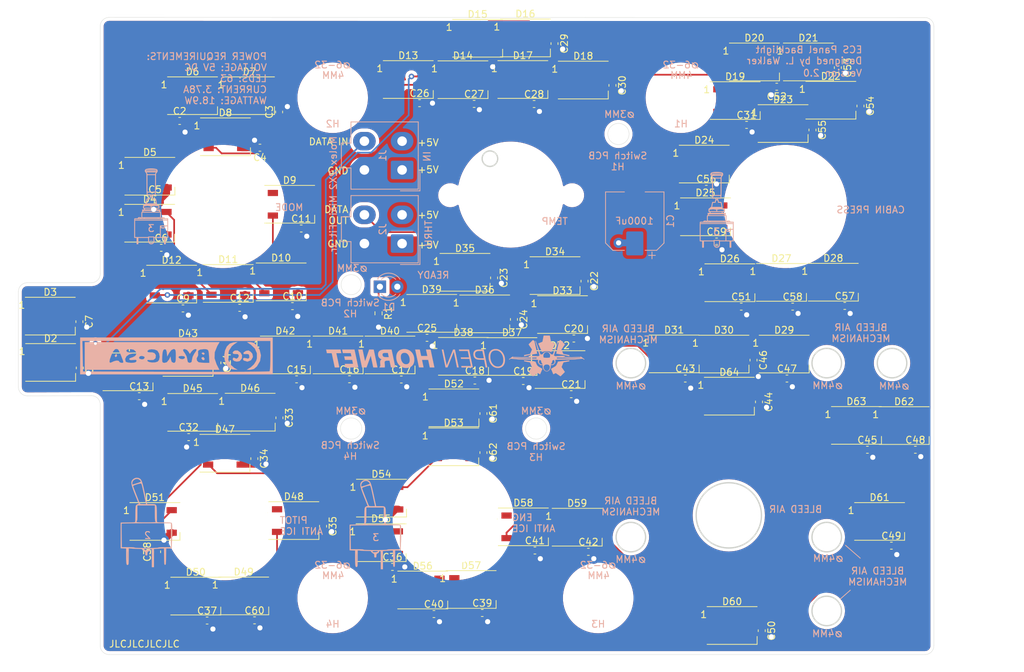
<source format=kicad_pcb>
(kicad_pcb (version 20211014) (generator pcbnew)
  (layers (0 "F.Cu" signal) (31 "B.Cu" signal) (34 "B.Paste" user) (35 "F.Paste" user) (36 "B.SilkS" user "B.Silkscreen") (37 "F.SilkS" user "F.Silkscreen") (38 "B.Mask" user) (39 "F.Mask" user) (44 "Edge.Cuts" user))
  (net 0 "")
  (net 1 "/LEDGND")
  (net 2 "/LED+5V")
  (net 3 "Net-(D1-Pad1)")
  (net 4 "Net-(D2-Pad2)")
  (net 5 "/DATAIN")
  (net 6 "Net-(D3-Pad2)")
  (net 7 "Net-(D4-Pad2)")
  (net 8 "Net-(D5-Pad2)")
  (net 9 "Net-(D6-Pad2)")
  (net 10 "Net-(D7-Pad2)")
  (net 11 "Net-(D8-Pad2)")
  (net 12 "Net-(D10-Pad4)")
  (net 13 "Net-(D10-Pad2)")
  (net 14 "Net-(D11-Pad2)")
  (net 15 "Net-(D12-Pad2)")
  (net 16 "Net-(D14-Pad2)")
  (net 17 "Net-(D15-Pad2)")
  (net 18 "Net-(D16-Pad2)")
  (net 19 "Net-(D17-Pad2)")
  (net 20 "Net-(D18-Pad2)")
  (net 21 "Net-(D19-Pad2)")
  (net 22 "Net-(D20-Pad2)")
  (net 23 "Net-(D21-Pad2)")
  (net 24 "Net-(D22-Pad2)")
  (net 25 "Net-(D23-Pad2)")
  (net 26 "Net-(D24-Pad2)")
  (net 27 "Net-(D26-Pad2)")
  (net 28 "Net-(D27-Pad2)")
  (net 29 "Net-(D28-Pad2)")
  (net 30 "Net-(D29-Pad2)")
  (net 31 "Net-(D30-Pad2)")
  (net 32 "Net-(D31-Pad2)")
  (net 33 "Net-(D32-Pad2)")
  (net 34 "Net-(D33-Pad2)")
  (net 35 "Net-(D34-Pad2)")
  (net 36 "Net-(D35-Pad2)")
  (net 37 "Net-(D36-Pad2)")
  (net 38 "/DATAOUT")
  (net 39 "Net-(D38-Pad2)")
  (net 40 "Net-(D39-Pad2)")
  (net 41 "Net-(D40-Pad2)")
  (net 42 "Net-(D41-Pad2)")
  (net 43 "Net-(D42-Pad2)")
  (net 44 "Net-(D43-Pad2)")
  (net 45 "Net-(D44-Pad2)")
  (net 46 "Net-(D45-Pad2)")
  (net 47 "Net-(D46-Pad2)")
  (net 48 "Net-(D47-Pad2)")
  (net 49 "Net-(D48-Pad2)")
  (net 50 "Net-(D50-Pad2)")
  (net 51 "Net-(D51-Pad2)")
  (net 52 "Net-(D52-Pad2)")
  (net 53 "Net-(D53-Pad2)")
  (net 54 "Net-(D54-Pad2)")
  (net 55 "Net-(D55-Pad2)")
  (net 56 "Net-(D56-Pad2)")
  (net 57 "Net-(D57-Pad2)")
  (net 58 "Net-(D58-Pad2)")
  (net 59 "Net-(D59-Pad2)")
  (net 60 "Net-(D60-Pad2)")
  (net 61 "Net-(D61-Pad2)")
  (net 62 "Net-(D13-Pad2)")
  (net 63 "Net-(D25-Pad2)")
  (net 64 "Net-(D37-Pad2)")
  (net 65 "Net-(D49-Pad2)")
  (net 66 "Net-(D62-Pad2)")
  (net 67 "Net-(D63-Pad2)")
  (footprint "OH_Footprints:LED_WS2812B_PLCC4_5.0x5.0mm_P3.2mm" (layer "F.Cu") (at 26.162 117.348)
    (fp_text reference "D2")
    (fp_text value "WS2812B")
  )
  (footprint "OH_Footprints:LED_WS2812B_PLCC4_5.0x5.0mm_P3.2mm" (layer "F.Cu") (at 26.1112 110.592)
    (fp_text reference "D3")
    (fp_text value "WS2812B")
  )
  (footprint "OH_Footprints:LED_WS2812B_PLCC4_5.0x5.0mm_P3.2mm" (layer "F.Cu") (at 40.6146 97.028)
    (fp_text reference "D4")
    (fp_text value "WS2812B")
  )
  (footprint "OH_Footprints:LED_WS2812B_PLCC4_5.0x5.0mm_P3.2mm" (layer "F.Cu") (at 40.64 90.17)
    (fp_text reference "D5")
    (fp_text value "WS2812B")
  )
  (footprint "OH_Footprints:LED_WS2812B_PLCC4_5.0x5.0mm_P3.2mm" (layer "F.Cu") (at 46.863 78.4098)
    (fp_text reference "D6")
    (fp_text value "WS2812B")
  )
  (footprint "OH_Footprints:LED_WS2812B_PLCC4_5.0x5.0mm_P3.2mm" (layer "F.Cu") (at 55.1688 78.4098)
    (fp_text reference "D7")
    (fp_text value "WS2812B")
  )
  (footprint "OH_Footprints:LED_WS2812B_PLCC4_5.0x5.0mm_P3.2mm" (layer "F.Cu") (at 61.0362 94.2594)
    (fp_text reference "D9")
    (fp_text value "WS2812B")
  )
  (footprint "OH_Footprints:LED_WS2812B_PLCC4_5.0x5.0mm_P3.2mm" (layer "F.Cu") (at 59.7916 105.588)
    (fp_text reference "D10")
    (fp_text value "WS2812B")
  )
  (footprint "OH_Footprints:LED_WS2812B_PLCC4_5.0x5.0mm_P3.2mm" (layer "F.Cu") (at 52.07 105.816)
    (fp_text reference "D11")
    (fp_text value "WS2812B")
  )
  (footprint "OH_Footprints:LED_WS2812B_PLCC4_5.0x5.0mm_P3.2mm" (layer "F.Cu") (at 43.815 105.918)
    (fp_text reference "D12")
    (fp_text value "WS2812B")
  )
  (footprint "OH_Footprints:LED_WS2812B_PLCC4_5.0x5.0mm_P3.2mm" (layer "F.Cu") (at 78.3336 76.0476)
    (fp_text reference "D13")
    (fp_text value "WS2812B")
  )
  (footprint "OH_Footprints:LED_WS2812B_PLCC4_5.0x5.0mm_P3.2mm" (layer "F.Cu") (at 86.3092 76.073)
    (fp_text reference "D14")
    (fp_text value "WS2812B")
  )
  (footprint "OH_Footprints:LED_WS2812B_PLCC4_5.0x5.0mm_P3.2mm" (layer "F.Cu") (at 88.4544 70.028)
    (fp_text reference "D15")
    (fp_text value "WS2812B")
  )
  (footprint "OH_Footprints:LED_WS2812B_PLCC4_5.0x5.0mm_P3.2mm" (layer "F.Cu") (at 95.4162 69.9772)
    (fp_text reference "D16")
    (fp_text value "WS2812B")
  )
  (footprint "OH_Footprints:LED_WS2812B_PLCC4_5.0x5.0mm_P3.2mm" (layer "F.Cu") (at 95.0468 76.0476)
    (fp_text reference "D17")
    (fp_text value "WS2812B")
  )
  (footprint "OH_Footprints:LED_WS2812B_PLCC4_5.0x5.0mm_P3.2mm" (layer "F.Cu") (at 103.861 76.1238)
    (fp_text reference "D18")
    (fp_text value "WS2812B")
  )
  (footprint "OH_Footprints:LED_WS2812B_PLCC4_5.0x5.0mm_P3.2mm" (layer "F.Cu") (at 126.023 79.1212)
    (fp_text reference "D19")
    (fp_text value "WS2812B")
  )
  (footprint "OH_Footprints:LED_WS2812B_PLCC4_5.0x5.0mm_P3.2mm" (layer "F.Cu") (at 128.829 73.4822)
    (fp_text reference "D20")
    (fp_text value "WS2812B")
  )
  (footprint "OH_Footprints:LED_WS2812B_PLCC4_5.0x5.0mm_P3.2mm" (layer "F.Cu") (at 136.703 73.4822)
    (fp_text reference "D21")
    (fp_text value "WS2812B")
  )
  (footprint "OH_Footprints:LED_WS2812B_PLCC4_5.0x5.0mm_P3.2mm" (layer "F.Cu") (at 139.979 79.0702)
    (fp_text reference "D22")
    (fp_text value "WS2812B")
  )
  (footprint "OH_Footprints:LED_WS2812B_PLCC4_5.0x5.0mm_P3.2mm" (layer "F.Cu") (at 133.008 82.474)
    (fp_text reference "D23")
    (fp_text value "WS2812B")
  )
  (footprint "OH_Footprints:LED_WS2812B_PLCC4_5.0x5.0mm_P3.2mm" (layer "F.Cu") (at 121.514 88.392)
    (fp_text reference "D24")
    (fp_text value "WS2812B")
  )
  (footprint "OH_Footprints:LED_WS2812B_PLCC4_5.0x5.0mm_P3.2mm" (layer "F.Cu") (at 121.691 96.0882)
    (fp_text reference "D25")
    (fp_text value "WS2812B")
  )
  (footprint "OH_Footprints:LED_WS2812B_PLCC4_5.0x5.0mm_P3.2mm" (layer "F.Cu") (at 125.247 105.715)
    (fp_text reference "D26")
    (fp_text value "WS2812B")
  )
  (footprint "OH_Footprints:LED_WS2812B_PLCC4_5.0x5.0mm_P3.2mm" (layer "F.Cu") (at 132.766 105.664)
    (fp_text reference "D27")
    (fp_text value "WS2812B")
  )
  (footprint "OH_Footprints:LED_WS2812B_PLCC4_5.0x5.0mm_P3.2mm" (layer "F.Cu") (at 140.335 105.639)
    (fp_text reference "D28")
    (fp_text value "WS2812B")
  )
  (footprint "OH_Footprints:LED_WS2812B_PLCC4_5.0x5.0mm_P3.2mm" (layer "F.Cu") (at 124.384 116.129)
    (fp_text reference "D30")
    (fp_text value "WS2812B")
  )
  (footprint "OH_Footprints:LED_WS2812B_PLCC4_5.0x5.0mm_P3.2mm" (layer "F.Cu") (at 117.119 116.103)
    (fp_text reference "D31")
    (fp_text value "WS2812B")
  )
  (footprint "OH_Footprints:LED_WS2812B_PLCC4_5.0x5.0mm_P3.2mm" (layer "F.Cu") (at 100.471 118.389)
    (fp_text reference "D32")
    (fp_text value "WS2812B")
  )
  (footprint "OH_Footprints:LED_WS2812B_PLCC4_5.0x5.0mm_P3.2mm" (layer "F.Cu") (at 100.838 110.363)
    (fp_text reference "D33")
    (fp_text value "WS2812B")
  )
  (footprint "OH_Footprints:LED_WS2812B_PLCC4_5.0x5.0mm_P3.2mm" (layer "F.Cu") (at 99.7458 104.673)
    (fp_text reference "D34")
    (fp_text value "WS2812B")
  )
  (footprint "OH_Footprints:LED_WS2812B_PLCC4_5.0x5.0mm_P3.2mm" (layer "F.Cu") (at 86.614 104.191)
    (fp_text reference "D35")
    (fp_text value "WS2812B")
  )
  (footprint "OH_Footprints:LED_WS2812B_PLCC4_5.0x5.0mm_P3.2mm" (layer "F.Cu") (at 89.4842 110.261)
    (fp_text reference "D36")
    (fp_text value "WS2812B")
  )
  (footprint "OH_Footprints:LED_WS2812B_PLCC4_5.0x5.0mm_P3.2mm" (layer "F.Cu") (at 93.4604 116.485)
    (fp_text reference "D37")
    (fp_text value "WS2812B")
  )
  (footprint "OH_Footprints:R_0603_1608Metric" (layer "F.Cu") (at 74 110.175 -90)
    (fp_text reference "R1")
    (fp_text value "R")
  )
  (footprint "OH_Footprints:LED_WS2812B_PLCC4_5.0x5.0mm_P3.2mm" (layer "F.Cu") (at 86.3854 116.459)
    (fp_text reference "D38")
    (fp_text value "WS2812B")
  )
  (footprint "OH_Footprints:LED_WS2812B_PLCC4_5.0x5.0mm_P3.2mm" (layer "F.Cu") (at 81.7626 110.185)
    (fp_text reference "D39")
    (fp_text value "WS2812B")
  )
  (footprint "OH_Footprints:LED_WS2812B_PLCC4_5.0x5.0mm_P3.2mm" (layer "F.Cu") (at 75.6666 116.256)
    (fp_text reference "D40")
    (fp_text value "WS2812B")
  )
  (footprint "OH_Footprints:LED_WS2812B_PLCC4_5.0x5.0mm_P3.2mm" (layer "F.Cu") (at 68.0974 116.256)
    (fp_text reference "D41")
    (fp_text value "WS2812B")
  )
  (footprint "OH_Footprints:LED_WS2812B_PLCC4_5.0x5.0mm_P3.2mm" (layer "F.Cu") (at 60.4012 116.256)
    (fp_text reference "D42")
    (fp_text value "WS2812B")
  )
  (footprint "OH_Footprints:LED_WS2812B_PLCC4_5.0x5.0mm_P3.2mm" (layer "F.Cu") (at 46.2026 116.611)
    (fp_text reference "D43")
    (fp_text value "WS2812B")
  )
  (footprint "OH_Footprints:LED_WS2812B_PLCC4_5.0x5.0mm_P3.2mm" (layer "F.Cu") (at 37.4396 118.72)
    (fp_text reference "D44")
    (fp_text value "WS2812B")
  )
  (footprint "OH_Footprints:LED_WS2812B_PLCC4_5.0x5.0mm_P3.2mm" (layer "F.Cu") (at 46.8884 124.638)
    (fp_text reference "D45")
    (fp_text value "WS2812B")
  )
  (footprint "OH_Footprints:LED_WS2812B_PLCC4_5.0x5.0mm_P3.2mm" (layer "F.Cu") (at 55.2704 124.612)
    (fp_text reference "D46")
    (fp_text value "WS2812B")
  )
  (footprint "OH_Footprints:LED_WS2812B_PLCC4_5.0x5.0mm_P3.2mm" (layer "F.Cu") (at 51.5874 130.607)
    (fp_text reference "D47")
    (fp_text value "WS2812B")
  )
  (footprint "OH_Footprints:LED_WS2812B_PLCC4_5.0x5.0mm_P3.2mm" (layer "F.Cu") (at 61.6458 140.437)
    (fp_text reference "D48")
    (fp_text value "WS2812B")
  )
  (footprint "OH_Footprints:LED_WS2812B_PLCC4_5.0x5.0mm_P3.2mm" (layer "F.Cu") (at 54.3306 151.435)
    (fp_text reference "D49")
    (fp_text value "WS2812B")
  )
  (footprint "OH_Footprints:LED_WS2812B_PLCC4_5.0x5.0mm_P3.2mm" (layer "F.Cu") (at 47.334 151.46)
    (fp_text reference "D50")
    (fp_text value "WS2812B")
  )
  (footprint "OH_Footprints:LED_WS2812B_PLCC4_5.0x5.0mm_P3.2mm" (layer "F.Cu") (at 41.3766 140.564)
    (fp_text reference "D51")
    (fp_text value "WS2812B")
  )
  (footprint "OH_Footprints:LED_WS2812B_PLCC4_5.0x5.0mm_P3.2mm" (layer "F.Cu") (at 84.9884 123.977)
    (fp_text reference "D52")
    (fp_text value "WS2812B")
  )
  (footprint "OH_Footprints:LED_WS2812B_PLCC4_5.0x5.0mm_P3.2mm" (layer "F.Cu") (at 84.963 129.667)
    (fp_text reference "D53")
    (fp_text value "WS2812B")
  )
  (footprint "OH_Footprints:LED_WS2812B_PLCC4_5.0x5.0mm_P3.2mm" (layer "F.Cu") (at 74.422 137.16)
    (fp_text reference "D54")
    (fp_text value "WS2812B")
  )
  (footprint "OH_Footprints:LED_WS2812B_PLCC4_5.0x5.0mm_P3.2mm" (layer "F.Cu") (at 74.3712 143.662)
    (fp_text reference "D55")
    (fp_text value "WS2812B")
  )
  (footprint "OH_Footprints:LED_WS2812B_PLCC4_5.0x5.0mm_P3.2mm" (layer "F.Cu") (at 80.4418 150.571)
    (fp_text reference "D56")
    (fp_text value "WS2812B")
  )
  (footprint "OH_Footprints:LED_WS2812B_PLCC4_5.0x5.0mm_P3.2mm" (layer "F.Cu") (at 87.503 150.495)
    (fp_text reference "D57")
    (fp_text value "WS2812B")
  )
  (footprint "OH_Footprints:LED_WS2812B_PLCC4_5.0x5.0mm_P3.2mm" (layer "F.Cu") (at 95.123 141.351)
    (fp_text reference "D58")
    (fp_text value "WS2812B")
  )
  (footprint "OH_Footprints:LED_WS2812B_PLCC4_5.0x5.0mm_P3.2mm" (layer "F.Cu") (at 102.972 141.402)
    (fp_text reference "D59")
    (fp_text value "WS2812B")
  )
  (footprint "OH_Footprints:LED_WS2812B_PLCC4_5.0x5.0mm_P3.2mm" (layer "F.Cu") (at 125.578 155.753)
    (fp_text reference "D60")
    (fp_text value "WS2812B")
  )
  (footprint "OH_Footprints:LED_WS2812B_PLCC4_5.0x5.0mm_P3.2mm" (layer "F.Cu") (at 147.091 140.564)
    (fp_text reference "D61")
    (fp_text value "WS2812B")
  )
  (footprint "OH_Footprints:LED_WS2812B_PLCC4_5.0x5.0mm_P3.2mm" (layer "F.Cu") (at 150.673 126.568)
    (fp_text reference "D62")
    (fp_text value "WS2812B")
  )
  (footprint "OH_Footprints:LED_WS2812B_PLCC4_5.0x5.0mm_P3.2mm" (layer "F.Cu") (at 143.713 126.543)
    (fp_text reference "D63")
    (fp_text value "WS2812B")
  )
  (footprint "OH_Footprints:LED_WS2812B_PLCC4_5.0x5.0mm_P3.2mm" (layer "F.Cu") (at 125.171 122.276)
    (fp_text reference "D64")
    (fp_text value "WS2812B")
  )
  (footprint "OH_Footprints:C_0603_1608Metric" (layer "F.Cu") (at 44.9875 82.1)
    (fp_text reference "C2")
    (fp_text value "C")
  )
  (footprint "OH_Footprints:C_0603_1608Metric" (layer "F.Cu") (at 59.5 80.7875 90)
    (fp_text reference "C3")
    (fp_text value "C")
  )
  (footprint "OH_Footprints:C_0603_1608Metric" (layer "F.Cu") (at 56.7 86 180)
    (fp_text reference "C4")
    (fp_text value "C")
  )
  (footprint "OH_Footprints:C_0603_1608Metric" (layer "F.Cu") (at 41.3925 93.54)
    (fp_text reference "C5")
    (fp_text value "C")
  )
  (footprint "OH_Footprints:C_0603_1608Metric" (layer "F.Cu") (at 42.3025 100.61)
    (fp_text reference "C6")
    (fp_text value "C")
  )
  (footprint "OH_Footprints:C_0603_1608Metric" (layer "F.Cu") (at 30.36 111.402 -90)
    (fp_text reference "C7")
    (fp_text value "C")
  )
  (footprint "OH_Footprints:C_0603_1608Metric" (layer "F.Cu") (at 30.42 118.152 -90)
    (fp_text reference "C8")
    (fp_text value "C")
  )
  (footprint "OH_Footprints:C_0603_1608Metric" (layer "F.Cu") (at 45.4725 109.47)
    (fp_text reference "C9")
    (fp_text value "C")
  )
  (footprint "OH_Footprints:C_0603_1608Metric" (layer "F.Cu") (at 61.4425 109.13)
    (fp_text reference "C10")
    (fp_text value "C")
  )
  (footprint "OH_Footprints:C_0603_1608Metric" (layer "F.Cu") (at 62.7225 97.8)
    (fp_text reference "C11")
    (fp_text value "C")
  )
  (footprint "OH_Footprints:C_0603_1608Metric" (layer "F.Cu") (at 53.7425 109.38)
    (fp_text reference "C12")
    (fp_text value "C")
  )
  (footprint "OH_Footprints:C_0603_1608Metric" (layer "F.Cu") (at 39.0925 122.28)
    (fp_text reference "C13")
    (fp_text value "C")
  )
  (footprint "OH_Footprints:C_0603_1608Metric" (layer "F.Cu") (at 50.49 117.412 -90)
    (fp_text reference "C14")
    (fp_text value "C")
  )
  (footprint "OH_Footprints:C_0603_1608Metric" (layer "F.Cu") (at 62.0425 119.82)
    (fp_text reference "C15")
    (fp_text value "C")
  )
  (footprint "OH_Footprints:C_0603_1608Metric" (layer "F.Cu") (at 69.7625 119.81)
    (fp_text reference "C16")
    (fp_text value "C")
  )
  (footprint "OH_Footprints:C_0603_1608Metric" (layer "F.Cu") (at 77.3225 119.84)
    (fp_text reference "C17")
    (fp_text value "C")
  )
  (footprint "OH_Footprints:C_0603_1608Metric" (layer "F.Cu") (at 88.0525 119.99)
    (fp_text reference "C18")
    (fp_text value "C")
  )
  (footprint "OH_Footprints:C_0603_1608Metric" (layer "F.Cu") (at 95.11 120.06)
    (fp_text reference "C19")
    (fp_text value "C")
  )
  (footprint "OH_Footprints:C_0603_1608Metric" (layer "F.Cu") (at 102.492 113.86)
    (fp_text reference "C20")
    (fp_text value "C")
  )
  (footprint "OH_Footprints:C_0603_1608Metric" (layer "F.Cu") (at 102.11 121.99)
    (fp_text reference "C21")
    (fp_text value "C")
  )
  (footprint "OH_Footprints:C_0603_1608Metric" (layer "F.Cu") (at 104.05 105.482 -90)
    (fp_text reference "C22")
    (fp_text value "C")
  )
  (footprint "OH_Footprints:C_0603_1608Metric" (layer "F.Cu") (at 93.75 111.068 -90)
    (fp_text reference "C24")
    (fp_text value "C")
  )
  (footprint "OH_Footprints:C_0603_1608Metric" (layer "F.Cu") (at 81.0725 113.76)
    (fp_text reference "C25")
    (fp_text value "C")
  )
  (footprint "OH_Footprints:C_0603_1608Metric" (layer "F.Cu") (at 79.9825 79.5)
    (fp_text reference "C26")
    (fp_text value "C")
  )
  (footprint "OH_Footprints:C_0603_1608Metric" (layer "F.Cu") (at 87.9425 79.61)
    (fp_text reference "C27")
    (fp_text value "C")
  )
  (footprint "OH_Footprints:C_0603_1608Metric" (layer "F.Cu") (at 96.6925 79.63)
    (fp_text reference "C28")
    (fp_text value "C")
  )
  (footprint "OH_Footprints:C_0603_1608Metric" (layer "F.Cu") (at 99.67 70.8025 -90)
    (fp_text reference "C29")
    (fp_text value "C")
  )
  (footprint "OH_Footprints:C_0603_1608Metric" (layer "F.Cu") (at 108.12 76.9025 -90)
    (fp_text reference "C30")
    (fp_text value "C")
  )
  (footprint "OH_Footprints:C_0603_1608Metric" (layer "F.Cu") (at 127.688 82.67)
    (fp_text reference "C31")
    (fp_text value "C")
  )
  (footprint "OH_Footprints:C_0603_1608Metric" (layer "F.Cu") (at 90.86 105.002 -90)
    (fp_text reference "C23")
    (fp_text value "C")
  )
  (footprint "OH_Footprints:C_0603_1608Metric" (layer "F.Cu") (at 46.3025 128.25)
    (fp_text reference "C32")
    (fp_text value "C")
  )
  (footprint "OH_Footprints:C_0603_1608Metric" (layer "F.Cu") (at 59.54 125.432 -90)
    (fp_text reference "C33")
    (fp_text value "C")
  )
  (footprint "OH_Footprints:C_0603_1608Metric" (layer "F.Cu") (at 55.88 131.392 -90)
    (fp_text reference "C34")
    (fp_text value "C")
  )
  (footprint "OH_Footprints:C_0603_1608Metric" (layer "F.Cu") (at 65.91 141.262 -90)
    (fp_text reference "C35")
    (fp_text value "C")
  )
  (footprint "OH_Footprints:C_0603_1608Metric" (layer "F.Cu") (at 76.0325 147.2)
    (fp_text reference "C36")
    (fp_text value "C")
  )
  (footprint "OH_Footprints:C_0603_1608Metric" (layer "F.Cu") (at 48.9925 155.03)
    (fp_text reference "C37")
    (fp_text value "C")
  )
  (footprint "OH_Footprints:C_0603_1608Metric" (layer "F.Cu") (at 41.7 144.9875 90)
    (fp_text reference "C38")
    (fp_text value "C")
  )
  (footprint "OH_Footprints:C_0603_1608Metric" (layer "F.Cu") (at 89.1285 153.924)
    (fp_text reference "C39")
    (fp_text value "C")
  )
  (footprint "OH_Footprints:C_0603_1608Metric" (layer "F.Cu") (at 82.0825 154.08)
    (fp_text reference "C40")
    (fp_text value "C")
  )
  (footprint "OH_Footprints:C_0603_1608Metric" (layer "F.Cu") (at 96.8125 144.8)
    (fp_text reference "C41")
    (fp_text value "C")
  )
  (footprint "OH_Footprints:C_0603_1608Metric" (layer "F.Cu") (at 104.612 145)
    (fp_text reference "C42")
    (fp_text value "C")
  )
  (footprint "OH_Footprints:C_0603_1608Metric" (layer "F.Cu") (at 118.747 119.7)
    (fp_text reference "C43")
    (fp_text value "C")
  )
  (footprint "OH_Footprints:C_0603_1608Metric" (layer "F.Cu") (at 145.312 130.1)
    (fp_text reference "C45")
    (fp_text value "C")
  )
  (footprint "OH_Footprints:C_0603_1608Metric" (layer "F.Cu") (at 128.7 117.012 -90)
    (fp_text reference "C46")
    (fp_text value "C")
  )
  (footprint "OH_Footprints:C_0603_1608Metric" (layer "F.Cu") (at 152.312 130.1)
    (fp_text reference "C48")
    (fp_text value "C")
  )
  (footprint "OH_Footprints:C_0603_1608Metric" (layer "F.Cu") (at 148.812 144.1)
    (fp_text reference "C49")
    (fp_text value "C")
  )
  (footprint "OH_Footprints:C_0603_1608Metric" (layer "F.Cu") (at 129.9 156.512 -90)
    (fp_text reference "C50")
    (fp_text value "C")
  )
  (footprint "OH_Footprints:C_0603_1608Metric" (layer "F.Cu") (at 126.912 109.2)
    (fp_text reference "C51")
    (fp_text value "C")
  )
  (footprint "OH_Footprints:C_0603_1608Metric" (layer "F.Cu") (at 129.5 123.112 -90)
    (fp_text reference "C44")
    (fp_text value "C")
  )
  (footprint "OH_Footprints:C_0603_1608Metric" (layer "F.Cu") (at 132.088 77.1 180)
    (fp_text reference "C52")
    (fp_text value "C")
  )
  (footprint "OH_Footprints:C_0603_1608Metric" (layer "F.Cu") (at 144.3 79.9125 -90)
    (fp_text reference "C54")
    (fp_text value "C")
  )
  (footprint "OH_Footprints:C_0603_1608Metric" (layer "F.Cu") (at 137.3 83.4125 -90)
    (fp_text reference "C55")
    (fp_text value "C")
  )
  (footprint "OH_Footprints:C_0603_1608Metric" (layer "F.Cu") (at 121.812 92)
    (fp_text reference "C56")
    (fp_text value "C")
  )
  (footprint "OH_Footprints:C_0603_1608Metric" (layer "F.Cu") (at 142.012 109.1)
    (fp_text reference "C57")
    (fp_text value "C")
  )
  (footprint "OH_Footprints:C_0603_1608Metric" (layer "F.Cu") (at 134.412 109.2)
    (fp_text reference "C58")
    (fp_text value "C")
  )
  (footprint "OH_Footprints:C_0603_1608Metric" (layer "F.Cu") (at 55.9125 155)
    (fp_text reference "C60")
    (fp_text value "C")
  )
  (footprint "OH_Footprints:C_0603_1608Metric" (layer "F.Cu") (at 89.3 124.812 -90)
    (fp_text reference "C61")
    (fp_text value "C")
  )
  (footprint "OH_Footprints:C_0603_1608Metric" (layer "F.Cu") (at 141 74.3125 -90)
    (fp_text reference "C53")
    (fp_text value "C")
  )
  (footprint "OH_Footprints:C_0603_1608Metric" (layer "F.Cu") (at 123.312 99.7)
    (fp_text reference "C59")
    (fp_text value "C")
  )
  (footprint "OH_Footprints:C_0603_1608Metric" (layer "F.Cu") (at 89.3 130.512 -90)
    (fp_text reference "C62")
    (fp_text value "C")
  )
  (footprint "OH_Footprints:LED_WS2812B_PLCC4_5.0x5.0mm_P3.2mm" (layer "F.Cu") (at 51.6636 84.4042)
    (fp_text reference "D8")
    (fp_text value "WS2812B")
  )
  (footprint "OH_Backlighting:SxAL_Toggle_13x13mm" (layer "F.Cu") (at 51.308 94.5896)
    (fp_text reference "1" hide)
    (fp_text value "SxAL_Toggle_13x13mm" hide)
  )
  (footprint "OH_Backlighting:S3AL_Toggle_Silkscreen" (layer "F.Cu") (at 40.7 94.7)
    (fp_text reference "G***" hide)
    (fp_text value "S3AL Toggle" hide)
  )
  (footprint "OH_Backlighting:SxAL_Toggle_13x13mm" (layer "F.Cu") (at 133.35 94.5896)
    (fp_text reference "3" hide)
    (fp_text value "SxAL_Toggle_13x13mm" hide)
  )
  (footprint "OH_Backlighting:S3AL_Toggle_Silkscreen" (layer "F.Cu") (at 123.2 95.2)
    (fp_text reference "G***" hide)
    (fp_text value "S3AL Toggle" hide)
  )
  (footprint "OH_Backlighting:631H_Toggle_13mm_x_13mm" (layer "F.Cu") (at 51.562 140.3096)
    (fp_text reference "5" hide)
    (fp_text value "631H_Toggle_13mm_x_13mm" hide)
  )
  (footprint "OH_Backlighting:631H_Toggle_Silkscreen" (layer "F.Cu") (at 40.1 140.7)
    (fp_text reference "G***" hide)
    (fp_text value "631H Toggle" hide)
  )
  (footprint "OH_Backlighting:631H_Toggle_Silkscreen" (layer "F.Cu") (at 73.5 141)
    (fp_text reference "G***" hide)
    (fp_text value "631H Toggle" hide)
  )
  (footprint "OH_Backlighting:631H_Toggle_13mm_x_13mm" (layer "F.Cu") (at 84.899499 140.3096)
    (fp_text reference "REF**" hide)
    (fp_text value "631H_Toggle_13mm_x_13mm" hide)
  )
  (footprint "OH_Backlighting:BR10K_Pot_11mm_x_11mm" (layer "F.Cu") (at 93.275 92.85 180)
    (fp_text reference "REF**" hide)
    (fp_text value "BR10K_Pot_11mm_x_11mm" hide)
  )
  (footprint "OH_Backlighting:OH_Panel_6-32_PHS" (layer "F.Cu") (at 67.31 78.7146)
    (fp_text reference "REF**" hide)
    (fp_text value "OH_Panel_Fastner_Keepout" hide)
  )
  (footprint "OH_Backlighting:OH_Panel_6-32_PHS" (layer "F.Cu") (at 118.11 78.7146)
    (fp_text reference "REF**" hide)
    (fp_text value "OH_Panel_Fastner_Keepout" hide)
  )
  (footprint "OH_Backlighting:OH_Panel_6-32_PHS" (layer "F.Cu") (at 106.045 151.7396)
    (fp_text reference "REF**" hide)
    (fp_text value "OH_Panel_Fastner_Keepout" hide)
  )
  (footprint "OH_Backlighting:OH_Panel_6-32_PHS" (layer "F.Cu") (at 67.31 151.7396)
    (fp_text reference "REF**" hide)
    (fp_text value "OH_Panel_Fastner_Keepout" hide)
  )
  (footprint "MountingHole:MountingHole_2.5mm" (layer "F.Cu") (at 84.455 92.9386)
    (fp_text reference "REF**" hide)
    (fp_text value "MountingHole_2.5mm")
  )
  (footprint "MountingHole:MountingHole_2.5mm" (layer "F.Cu") (at 102.235 92.9386)
    (fp_text reference "REF**" hide)
    (fp_text value "MountingHole_2.5mm")
  )
  (footprint "OH_Footprints:LED_WS2812B_PLCC4_5.0x5.0mm_P3.2mm" (layer "F.Cu") (at 133.172 116.129)
    (fp_text reference "D29")
    (fp_text value "WS2812B")
  )
  (footprint "OH_Footprints:C_0603_1608Metric" (layer "F.Cu") (at 133.577 119.7)
    (fp_text reference "C47")
    (fp_text value "C")
  )
  (footprint "OH_Footprints:CP_Elec_8x10" (layer "B.Cu") (at 111.379 96.723 90)
    (fp_text reference "C1")
    (fp_text value "C_Polarized")
  )
  (footprint "OH_Footprints:LED_D3.0mm" (layer "B.Cu") (at 74.2 106.3)
    (fp_text reference "D1")
    (fp_text value "LED")
  )
  (footprint "OH_Footprints:Molex_Mini-Fit_Jr_5566-04A_2x02_P4.20mm_Vertical" (layer "B.Cu") (at 77.436 89.2486 90)
    (fp_text reference "J1")
    (fp_text value "Conn_01x04_Female")
  )
  (footprint "OH_Footprints:Molex_Mini-Fit_Jr_5566-04A_2x02_P4.20mm_Vertical" (layer "B.Cu") (at 77.436 100 90)
    (fp_text reference "J2")
    (fp_text value "Conn_01x04_Female")
  )
  (footprint "OH_General:CC-BY-NC-SA-Small" (layer "B.Cu") (at 44.6 116.4 180)
    (fp_text reference "G***" hide)
    (fp_text value "LOGO" hide)
  )
  (footprint "OH_General:OH_LOGO_37.7mm_5.9mm" (layer "B.Cu") (at 85.2 116.4 180)
    (fp_text reference "G***" hide)
    (fp_text value "LOGO" hide)
  )
  (gr_line (start 142.8242 150.5966) (end 141.351 151.892) (layer "B.SilkS") (width 0.12))
  (gr_line (start 144.272 145.923) (end 142.113 144.0434) (layer "B.SilkS") (width 0.12))
  (gr_circle (center 109 84) (end 110.55 84) (layer "Edge.Cuts") (width 0.05) (fill none))
  (gr_line (start 34.7218 159.9946) (end 153.7462 159.9946) (layer "Edge.Cuts") (width 0.05))
  (gr_arc (start 33.401 68.3006) (mid 33.762453 67.377174) (end 34.671 66.9798) (layer "Edge.Cuts") (width 0.05))
  (gr_arc (start 34.7218 159.9946) (mid 33.798374 159.633147) (end 33.401 158.7246) (layer "Edge.Cuts") (width 0.05))
  (gr_arc (start 33.4 104.394) (mid 33.038547 105.317426) (end 32.13 105.7148) (layer "Edge.Cuts") (width 0.05))
  (gr_arc (start 153.6954 67.0052) (mid 154.618826 67.366653) (end 155.0162 68.2752) (layer "Edge.Cuts") (width 0.05))
  (gr_circle (center 139.3825 142.8496) (end 141.53515 142.8496) (layer "Edge.Cuts") (width 0.2) (fill none))
  (gr_circle (center 139.3825 117.4496) (end 141.53515 117.4496) (layer "Edge.Cuts") (width 0.2) (fill none))
  (gr_circle (center 139.3825 153.628428) (end 141.53515 153.628428) (layer "Edge.Cuts") (width 0.2) (fill none))
  (gr_circle (center 125.095 139.6746) (end 129.8575 139.6746) (layer "Edge.Cuts") (width 0.2) (fill none))
  (gr_line (start 155.0162 158.6738) (end 155.0162 68.2752) (layer "Edge.Cuts") (width 0.05))
  (gr_arc (start 21.463 107.0356) (mid 21.824453 106.112174) (end 22.733 105.7148) (layer "Edge.Cuts") (width 0.05))
  (gr_line (start 33.4 123.4694) (end 33.401 158.7246) (layer "Edge.Cuts") (width 0.05))
  (gr_arc (start 32.0792 122.1994) (mid 33.002626 122.560853) (end 33.4 123.4694) (layer "Edge.Cuts") (width 0.05))
  (gr_circle (center 148.9075 117.4496) (end 151.06015 117.4496) (layer "Edge.Cuts") (width 0.2) (fill none))
  (gr_circle (center 70 106) (end 71.463754 106) (layer "Edge.Cuts") (width 0.05) (fill none))
  (gr_circle (center 90.249901 87.604531) (end 91.38439 87.604531) (layer "Edge.Cuts") (width 0.2) (fill none))
  (gr_line (start 22.7838 122.2248) (end 32.0792 122.1994) (layer "Edge.Cuts") (width 0.05))
  (gr_line (start 33.401 68.3006) (end 33.4 104.394) (layer "Edge.Cuts") (width 0.05))
  (gr_circle (center 110.8075 142.8496) (end 112.960149 142.8496) (layer "Edge.Cuts") (width 0.2) (fill none))
  (gr_circle (center 110.8075 117.4496) (end 112.960149 117.4496) (layer "Edge.Cuts") (width 0.2) (fill none))
  (gr_line (start 153.6954 67.0052) (end 34.671 66.9798) (layer "Edge.Cuts") (width 0.05))
  (gr_line (start 32.13 105.7148) (end 22.733 105.7148) (layer "Edge.Cuts") (width 0.05))
  (gr_arc (start 22.7838 122.2248) (mid 21.860374 121.863347) (end 21.463 120.9548) (layer "Edge.Cuts") (width 0.05))
  (gr_circle (center 70 127) (end 71.55 127) (layer "Edge.Cuts") (width 0.05) (fill none))
  (gr_line (start 21.463 107.0356) (end 21.463 120.9548) (layer "Edge.Cuts") (width 0.05))
  (gr_circle (center 97 127) (end 98.55 127) (layer "Edge.Cuts") (width 0.05) (fill none))
  (gr_arc (start 155.0162 158.6738) (mid 154.654747 159.597226) (end 153.7462 159.9946) (layer "Edge.Cuts") (width 0.05))
  (gr_text "READY" (at 82 104.6) (layer "B.SilkS") (effects (font (size 1 1)) (justify mirror)))
  (gr_text "BLEED AIR\nMECHANISM" (at 146.812 148.59) (layer "B.SilkS") (effects (font (size 1 1)) (justify mirror)))
  (gr_text "Version 2.0" (at 140.225 75.1) (layer "B.SilkS") (effects (font (size 1 1)) (justify mirror)))
  (gr_text "Switch PCB\nH2" (at 69.8754 109.4486) (layer "B.SilkS") (effects (font (size 1 1)) (justify mirror)))
  (gr_text "POWER REQUIREMENTS:\nVOLTAGE: 5V DC\nLEDS: 63\nCURRENT: 3.78A\nWATTAGE: 18.9W" (at 57.8 75.9) (layer "B.SilkS") (effects (font (size 1 1)) (justify left mirror)))
  (gr_text "⌀4MM" (at 149.2504 120.8024) (layer "B.SilkS") (effects (font (size 1 1)) (justify mirror)))
  (gr_text "⌀3MM" (at 70.2 103.6) (layer "B.SilkS") (effects (font (size 1 1)) (justify mirror)))
  (gr_text "Switch PCB\nH3" (at 96.9772 130.4036) (layer "B.SilkS") (effects (font (size 1 1)) (justify mirror)))
  (gr_text "MODE" (at 60.96 94.7166) (layer "B.SilkS") (effects (font (size 1 1)) (justify mirror)))
  (gr_text "THRU" (at 81.3 98.525 90) (layer "B.SilkS") (effects (font (size 1 1)) (justify mirror)))
  (gr_text "BLEED AIR\nMECHANISM" (at 110.7948 138.3538) (layer "B.SilkS") (effects (font (size 1 1)) (justify mirror)))
  (gr_text "CABIN PRESS" (at 145.796 95.0722) (layer "B.SilkS") (effects (font (size 1 1)) (justify mirror)))
  (gr_text "3" (at 73.6 142.9) (layer "B.SilkS") (effects (font (size 1 1)) (justify mirror)))
  (gr_text "TEMP" (at 99.695 96.7486) (layer "B.SilkS") (effects (font (size 1 1)) (justify mirror)))
  (gr_text "⌀3MM" (at 109.1692 81.1276) (layer "B.SilkS") (effects (font (size 1 1)) (justify mirror)))
  (gr_text "⌀4MM" (at 139.4968 156.9466) (layer "B.SilkS") (effects (font (size 1 1)) (justify mirror)))
  (gr_text "ENG\nANTI ICE" (at 93.4 140.8) (layer "B.SilkS") (effects (font (size 1 1)) (justify right mirror)))
  (gr_text "ECS Panel Backlight\nDesigned by L. Walker" (at 144.65 72.5) (layer "B.SilkS") (effects (font (size 1 1)) (justify left mirror)))
  (gr_text "Switch PCB\nH4" (at 69.8754 130.2512) (layer "B.SilkS") (effects (font (size 1 1)) (justify mirror)))
  (gr_text "BLEED AIR\nMECHANISM" (at 144.3736 113.0554) (layer "B.SilkS") (effects (font (size 1 1)) (justify mirror)))
  (gr_text "PITOT\nANTI ICE" (at 59.5 141.2) (layer "B.SilkS") (effects (font (size 1 1)) (justify right mirror)))
  (gr_text "2" (at 40.3 142.6) (layer "B.SilkS") (effects (font (size 1 1)) (justify mirror)))
  (gr_text "IN" (at 81.075 87.275 90) (layer "B.SilkS") (effects (font (size 1 1)) (justify mirror)))
  (gr_text "⌀4MM" (at 139.6238 145.9484) (layer "B.SilkS") (effects (font (size 1 1)) (justify mirror)))
  (gr_text "Molex 2X2 Mini-Fit Jr." (at 67.4 93 90) (layer "B.SilkS") (effects (font (size 1 1)) (justify mirror)))
  (gr_text "Switch PCB\nH1" (at 108.8898 87.9856) (layer "B.SilkS") (effects (font (size 1 1)) (justify mirror)))
  (gr_text "BLEED AIR\nMECHANISM" (at 110.4392 113.2332) (layer "B.SilkS") (effects (font (size 1 1)) (justify mirror)))
  (gr_text "⌀4MM" (at 139.5476 120.7262) (layer "B.SilkS") (effects (font (size 1 1)) (justify mirror)))
  (gr_text "⌀4MM" (at 110.8202 146.1008) (layer "B.SilkS") (effects (font (size 1 1)) (justify mirror)))
  (gr_text "1000uF" (at 111.3282 96.6978) (layer "B.SilkS") (effects (font (size 1 1)) (justify mirror)))
  (gr_text "⌀4MM" (at 110.8456 120.777) (layer "B.SilkS") (effects (font (size 1 1)) (justify mirror)))
  (gr_text "⌀3MM" (at 69.977 124.4346) (layer "B.SilkS") (effects (font (size 1 1)) (justify mirror)))
  (gr_text "⌀3MM" (at 97.028 124.4346) (layer "B.SilkS") (effects (font (size 1 1)) (justify mirror)))
  (gr_text "BLEED AIR" (at 134.8486 138.7856) (layer "B.SilkS") (effects (font (size 1 1)) (justify mirror)))
  (gr_text "+5V" (at 81.25 100.2) (layer "F.SilkS") (effects (font (size 1 1))))
  (gr_text "GND" (at 68.082143 100.05) (layer "F.SilkS") (effects (font (size 1 1))))
  (gr_text "+5V" (at 81.25 85.25) (layer "F.SilkS") (effects (font (size 1 1))))
  (gr_text "DATA\nOUT" (at 69.680953 95.825) (layer "F.SilkS") (effects (font (size 1 1)) (justify right)))
  (gr_text "+5V" (at 81.25 95.825) (layer "F.SilkS") (effects (font (size 1 1))))
  (gr_text "GND" (at 68.082143 89.375) (layer "F.SilkS") (effects (font (size 1 1))))
  (gr_text "JLCJLCJLCJLC" (at 39.85 158.45) (layer "F.SilkS") (effects (font (size 1 1))))
  (gr_text "DATA IN" (at 66.725 85.125) (layer "F.SilkS") (effects (font (size 1 1))))
  (gr_text "+5V" (at 81.25 89.2) (layer "F.SilkS") (effects (font (size 1 1))))
  (segment (start 45.775 83.725) (end 45.775 83.775) (width 1) (layer "F.Cu") (net 1))
  (segment (start 60.7 80) (end 60.7 80) (width 1) (layer "F.Cu") (net 1))
  (segment (start 55.9125 84.9125) (end 55.9125 84.9125) (width 1) (layer "F.Cu") (net 1))
  (segment (start 57.5795 132.1795) (end 57.5795 132.1795) (width 1) (layer "F.Cu") (net 1))
  (segment (start 42.6953 143.2953) (end 43.8266 142.164) (width 1) (layer "F.Cu") (net 1))
  (segment (start 46 129.7) (end 46 129.7) (width 1) (layer "F.Cu") (net 1))
  (segment (start 134.9935 119.0715) (end 134.993 119.0715) (width 1) (layer "F.Cu") (net 1))
  (segment (start 135.622 118.443) (end 134.9935 119.0715) (width 1) (layer "F.Cu") (net 1))
  (segment (start 134.993 119.0715) (end 134.3645 119.7) (width 1) (layer "F.Cu") (net 1))
  (segment (start 134.365 119.7) (end 134.365 120.9) (width 1) (layer "F.Cu") (net 1))
  (segment (start 131.279 75.0822) (end 131.279 77.079) (width 1) (layer "F.Cu") (net 1))
  (segment (start 104.047 106.273) (end 104.05 106.27) (width 1) (layer "F.Cu") (net 1))
  (segment (start 30.42 118.94) (end 30.42 118.9395) (width 1) (layer "F.Cu") (net 1))
  (segment (start 99.67 71.59) (end 100.86 71.59) (width 1) (layer "F.Cu") (net 1))
  (segment (start 42.18 94.015) (end 41.195 95) (width 1) (layer "F.Cu") (net 1))
  (segment (start 82.89 155.2) (end 82.87 155.18) (width 1) (layer "F.Cu") (net 1))
  (segment (start 129.476 123.876) (end 129.488 123.888) (width 1) (layer "F.Cu") (net 1))
  (segment (start 55.9125 86) (end 55.9125 84.9125) (width 1) (layer "F.Cu") (net 1))
  (segment (start 153.111 130.0885) (end 153.0995 130.1) (width 1) (layer "F.Cu") (net 1))
  (segment (start 80.77 79.5) (end 81.87 79.5) (width 1) (layer "F.Cu") (net 1))
  (segment (start 57.6188 80.0098) (end 59.4902 80.0098) (width 1) (layer "F.Cu") (net 1))
  (segment (start 118.934 119.666) (end 118.917 119.683) (width 1) (layer "F.Cu") (net 1))
  (segment (start 76.82 147.2) (end 77.83 147.2) (width 1) (layer "F.Cu") (net 1))
  (segment (start 102.921 121.966) (end 102.9095 121.978) (width 1) (layer "F.Cu") (net 1))
  (segment (start 105.411 144.989) (end 105.4105 144.989) (width 1) (layer "F.Cu") (net 1))
  (segment (start 149.541 142.164) (end 149.436 142.164) (width 1) (layer "F.Cu") (net 1))
  (segment (start 124.1205 99.6795) (end 124.12 99.6795) (width 1) (layer "F.Cu") (net 1))
  (segment (start 83.835 111.785) (end 81.86 113.76) (width 1) (layer "F.Cu") (net 1))
  (segment (start 95.9104 118.085) (end 95.9104 120.047) (width 1) (layer "F.Cu") (net 1))
  (segment (start 54.53 107.426) (end 54.52 107.416) (width 1) (layer "F.Cu") (net 1))
  (segment (start 135.208 109.192) (end 135.2075 109.192) (width 1) (layer "F.Cu") (net 1))
  (segment (start 82.87 154.08) (end 82.89 155.2) (width 1) (layer "F.Cu") (net 1))
  (segment (start 43.09 92.63) (end 42.18 93.54) (width 1) (layer "F.Cu") (net 1))
  (segment (start 43.09 100.61) (end 43.11 101.65) (width 1) (layer "F.Cu") (net 1))
  (segment (start 153.1 130.1) (end 153.1 131.1) (width 1) (layer "F.Cu") (net 1))
  (segment (start 64.0958 142.037) (end 65.897 142.037) (width 1) (layer "F.Cu") (net 1))
  (segment (start 135.2075 109.192) (end 135.1995 109.2) (width 1) (layer "F.Cu") (net 1))
  (segment (start 153.123 130.077) (end 153.1115 130.0885) (width 1) (layer "F.Cu") (net 1))
  (segment (start 74 111) (end 74 112.2) (width 1) (layer "F.Cu") (net 1))
  (segment (start 135.458 84.074) (end 137.174 84.074) (width 1) (layer "F.Cu") (net 1))
  (segment (start 127.697 107.315) (end 127.697 109.197) (width 1) (layer "F.Cu") (net 1))
  (segment (start 65.9035 142.0435) (end 65.91 142.05) (width 1) (layer "F.Cu") (net 1))
  (segment (start 54.1136 86.0042) (end 55.8958 86.0042) (width 1) (layer "F.Cu") (net 1))
  (segment (start 146.163 130.037) (end 146.1315 130.0685) (width 1) (layer "F.Cu") (net 1))
  (segment (start 105.4 106.27) (end 105.41 106.27) (width 1) (layer "F.Cu") (net 1))
  (segment (start 131.279 77.079) (end 131.2895 77.0895) (width 1) (layer "F.Cu") (net 1))
  (segment (start 128.474 82.669) (end 128.4745 82.669) (width 1) (layer "F.Cu") (net 1))
  (segment (start 105.422 144.978) (end 105.411 144.989) (width 1) (layer "F.Cu") (net 1))
  (segment (start 65.904 142.0435) (end 65.91 142.0495) (width 1) (layer "F.Cu") (net 1))
  (segment (start 88.73 79.61) (end 88.71 80.45) (width 1) (layer "F.Cu") (net 1))
  (segment (start 76.872 138.76) (end 76.54 138.76) (width 1) (layer "F.Cu") (net 1))
  (segment (start 149.6 143.864) (end 149.5995 143.8645) (width 1) (layer "F.Cu") (net 1))
  (segment (start 80.7836 79.4864) (end 80.77 79.5) (width 1) (layer "F.Cu") (net 1))
  (segment (start 142.7995 109.0995) (end 142.7995 109.1) (width 1) (layer "F.Cu") (net 1))
  (segment (start 62.2416 109.118) (end 62.23 109.13) (width 1) (layer "F.Cu") (net 1))
  (segment (start 28.612 118.948) (end 30.412 118.948) (width 1) (layer "F.Cu") (net 1))
  (segment (start 90.12 119.96) (end 90.1 119.99) (width 1) (layer "F.Cu") (net 1))
  (segment (start 48.6526 118.211) (end 50.479 118.211) (width 1) (layer "F.Cu") (net 1))
  (segment (start 50.479 118.211) (end 50.49 118.2) (width 1) (layer "F.Cu") (net 1))
  (segment (start 97.48 79.63) (end 97.47 80.71) (width 1) (layer "F.Cu") (net 1))
  (segment (start 46.265 107.518) (end 46.265 109.465) (width 1) (layer "F.Cu") (net 1))
  (segment (start 102.9095 121.978) (end 102.8975 121.99) (width 1) (layer "F.Cu") (net 1))
  (segment (start 39.8896 122.27) (end 39.88 122.28) (width 1) (layer "F.Cu") (net 1))
  (segment (start 97.8662 71.5772) (end 99.6572 71.5772) (width 1) (layer "F.Cu") (net 1))
  (segment (start 55.853 132.207) (end 55.88 132.18) (width 1) (layer "F.Cu") (net 1))
  (segment (start 59.5365 126.216) (end 59.54 126.2195) (width 1) (layer "F.Cu") (net 1))
  (segment (start 146.163 128.143) (end 146.163 130.037) (width 1) (layer "F.Cu") (net 1))
  (segment (start 129.4885 123.888) (end 129.5 123.8995) (width 1) (layer "F.Cu") (net 1))
  (segment (start 54.0374 132.207) (end 55.853 132.207) (width 1) (layer "F.Cu") (net 1))
  (segment (start 146.1315 130.0685) (end 146.131 130.0685) (width 1) (layer "F.Cu") (net 1))
  (segment (start 43.0646 98.628) (end 43.0646 100.585) (width 1) (layer "F.Cu") (net 1))
  (segment (start 45.775 82.1) (end 45.775 83.725) (width 1) (layer "F.Cu") (net 1))
  (segment (start 65.9035 142.0435) (end 65.904 142.0435) (width 1) (layer "F.Cu") (net 1))
  (segment (start 88.71 80.45) (end 88.73 80.43) (width 1) (layer "F.Cu") (net 1))
  (segment (start 76.8212 147.199) (end 76.82 147.2) (width 1) (layer "F.Cu") (net 1))
  (segment (start 50.49 118.2) (end 51.73 118.2) (width 1) (layer "F.Cu") (net 1))
  (segment (start 70.5474 117.856) (end 70.5474 119.807) (width 1) (layer "F.Cu") (net 1))
  (segment (start 128.474 82.669) (end 128.475 82.67) (width 1) (layer "F.Cu") (net 1))
  (segment (start 78.1166 119.833) (end 78.11 119.84) (width 1) (layer "F.Cu") (net 1))
  (segment (start 49.784 153.06) (end 49.784 155.026) (width 1) (layer "F.Cu") (net 1))
  (segment (start 141 75.1) (end 142.1 75.1) (width 1) (layer "F.Cu") (net 1))
  (segment (start 103.28 113.86) (end 104.47 113.85) (width 1) (layer "F.Cu") (net 1))
  (segment (start 63.51 97.8) (end 63.53 98.93) (width 1) (layer "F.Cu") (net 1))
  (segment (start 59.4902 80.0098) (end 59.5 80) (width 1) (layer "F.Cu") (net 1))
  (segment (start 89.2835 131.2835) (end 89.284 131.2835) (width 1) (layer "F.Cu") (net 1))
  (segment (start 67.16 142.04) (end 67.16 142.05) (width 1) (layer "F.Cu") (net 1))
  (segment (start 124.1205 99.6795) (end 124.1 99.7) (width 1) (layer "F.Cu") (net 1))
  (segment (start 142.7995 109.0995) (end 142.8 109.1) (width 1) (layer "F.Cu") (net 1))
  (segment (start 128.028 157.353) (end 129.847 157.353) (width 1) (layer "F.Cu") (net 1))
  (segment (start 89.064 105.791) (end 90.859 105.791) (width 1) (layer "F.Cu") (net 1))
  (segment (start 135.216 109.184) (end 135.208 109.192) (width 1) (layer "F.Cu") (net 1))
  (segment (start 123.964 90.636) (end 123.3 91.3) (width 1) (layer "F.Cu") (net 1))
  (segment (start 95.8975 120.06) (end 95.95 121.04) (width 1) (layer "F.Cu") (net 1))
  (segment (start 122.95 91.65) (end 122.9495 91.65) (width 1) (layer "F.Cu") (net 1))
  (segment (start 103.284 113.856) (end 103.28 113.86) (width 1) (layer "F.Cu") (net 1))
  (segment (start 78.11 120.91) (end 78.11 120.97) (width 1) (layer "F.Cu") (net 1))
  (segment (start 84.2126 111.785) (end 83.835 111.785) (width 1) (layer "F.Cu") (net 1))
  (segment (start 118.9165 119.683) (end 118.8995 119.7) (width 1) (layer "F.Cu") (net 1))
  (segment (start 135.2 109.2) (end 135.2 110.2) (width 1) (layer "F.Cu") (net 1))
  (segment (start 124.12 99.6795) (end 124.0995 99.7) (width 1) (layer "F.Cu") (net 1))
  (segment (start 93.747 111.858) (end 93.75 111.855) (width 1) (layer "F.Cu") (net 1))
  (segment (start 47.8652 80.0098) (end 45.775 82.1) (width 1) (layer "F.Cu") (net 1))
  (segment (start 54.53 109.38) (end 54.53 110.69) (width 1) (layer "F.Cu") (net 1))
  (segment (start 127.697 109.197) (end 127.6995 109.1995) (width 1) (layer "F.Cu") (net 1))
  (segment (start 153.1115 130.0885) (end 153.1 130.1) (width 1) (layer "F.Cu") (net 1))
  (segment (start 78.1166 117.856) (end 78.1166 119.833) (width 1) (layer "F.Cu") (net 1))
  (segment (start 149.6 143.864) (end 149.6 145.4) (width 1) (layer "F.Cu") (net 1))
  (segment (start 80.7836 77.6476) (end 80.7836 79.4864) (width 1) (layer "F.Cu") (net 1))
  (segment (start 49.784 155.026) (end 49.78 155.03) (width 1) (layer "F.Cu") (net 1))
  (segment (start 59.5 80) (end 60.7 80) (width 1) (layer "F.Cu") (net 1))
  (segment (start 60.68 126.23) (end 60.67 126.22) (width 1) (layer "F.Cu") (net 1))
  (segment (start 119.535 119.7) (end 119.535 121.1) (width 1) (layer "F.Cu") (net 1))
  (segment (start 93.747 111.858) (end 93.7475 111.858) (width 1) (layer "F.Cu") (net 1))
  (segment (start 128.6645 117.7645) (end 128.665 117.7645) (width 1) (layer "F.Cu") (net 1))
  (segment (start 102.898 121.99) (end 102.898 123.022) (width 1) (layer "F.Cu") (net 1))
  (segment (start 89.3 131.3) (end 90.6 131.3) (width 1) (layer "F.Cu") (net 1))
  (segment (start 65.897 142.037) (end 65.9035 142.0435) (width 1) (layer "F.Cu") (net 1))
  (segment (start 128.7 117.8) (end 128.7 118.7) (width 1) (layer "F.Cu") (net 1))
  (segment (start 54.53 110.69) (end 54.53 110.7) (width 1) (layer "F.Cu") (net 1))
  (segment (start 42.18 93.54) (end 42.18 94.015) (width 1) (layer "F.Cu") (net 1))
  (segment (start 59.532 126.212) (end 59.536 126.216) (width 1) (layer "F.Cu") (net 1))
  (segment (start 123.3 91.3) (end 122.95 91.65) (width 1) (layer "F.Cu") (net 1))
  (segment (start 55.8958 86.0042) (end 55.93 85.97) (width 1) (layer "F.Cu") (net 1))
  (segment (start 124.141 97.6882) (end 124.141 99.659) (width 1) (layer "F.Cu") (net 1))
  (segment (start 62.2416 107.188) (end 62.2416 109.118) (width 1) (layer "F.Cu") (net 1))
  (segment (start 89.953 152.095) (end 89.953 153.887) (width 1) (layer "F.Cu") (net 1))
  (segment (start 104.47 113.85) (end 104.46 113.86) (width 1) (layer "F.Cu") (net 1))
  (segment (start 131.2895 77.0895) (end 131.3 77.1) (width 1) (layer "F.Cu") (net 1))
  (segment (start 87.413 131.267) (end 89.267 131.267) (width 1) (layer "F.Cu") (net 1))
  (segment (start 63.53 98.93) (end 63.51 98.9) (width 1) (layer "F.Cu") (net 1))
  (segment (start 131.3 157.4) (end 131.2 157.3) (width 1) (layer "F.Cu") (net 1))
  (segment (start 105.4 145) (end 105.4 146) (width 1) (layer "F.Cu") (net 1))
  (segment (start 149.6 142.328) (end 149.6 143.864) (width 1) (layer "F.Cu") (net 1))
  (segment (start 99.6572 71.5772) (end 99.67 71.59) (width 1) (layer "F.Cu") (net 1))
  (segment (start 56.7 155) (end 56.7 156.1) (width 1) (layer "F.Cu") (net 1))
  (segment (start 153.1115 130.0885) (end 153.111 130.0885) (width 1) (layer "F.Cu") (net 1))
  (segment (start 129.9 157.3) (end 129.9 157.2995) (width 1) (layer "F.Cu") (net 1))
  (segment (start 47.09 128.61) (end 46 129.7) (width 1) (layer "F.Cu") (net 1))
  (segment (start 78.11 119.84) (end 78.11 120.91) (width 1) (layer "F.Cu") (net 1))
  (segment (start 56.7806 153.035) (end 56.7806 154.919) (width 1) (layer "F.Cu") (net 1))
  (segment (start 39.8896 120.32) (end 39.8896 122.27) (width 1) (layer "F.Cu") (net 1))
  (segment (start 46.26 109.47) (end 46.26 110.45) (width 1) (layer "F.Cu") (net 1))
  (segment (start 131.3 77.1) (end 131.3 78.3) (width 1) (layer "F.Cu") (net 1))
  (segment (start 41.7906 144.2) (end 42.6953 143.2953) (width 1) (layer "F.Cu") (net 1))
  (segment (start 128.7 118.7) (end 129.4 119.4) (width 1) (layer "F.Cu") (net 1))
  (segment (start 103.288 113.852) (end 103.284 113.856) (width 1) (layer "F.Cu") (net 1))
  (segment (start 43.09 91.77) (end 43.09 92.63) (width 1) (layer "F.Cu") (net 1))
  (segment (start 39.88 122.28) (end 39.88 123.47) (width 1) (layer "F.Cu") (net 1))
  (segment (start 43.0646 100.585) (end 43.09 100.61) (width 1) (layer "F.Cu") (net 1))
  (segment (start 89.2885 125.5885) (end 89.3 125.6) (width 1) (layer "F.Cu") (net 1))
  (segment (start 62.8512 117.856) (end 62.8512 119.799) (width 1) (layer "F.Cu") (net 1))
  (segment (start 43.11 101.65) (end 43.09 101.63) (width 1) (layer "F.Cu") (net 1))
  (segment (start 127.7 109.2) (end 127.7 110.4) (width 1) (layer "F.Cu") (net 1))
  (segment (start 128.473 82.668) (end 128.474 82.669) (width 1) (layer "F.Cu") (net 1))
  (segment (start 89.267 131.267) (end 89.2835 131.2835) (width 1) (layer "F.Cu") (net 1))
  (segment (start 41.7 144.2) (end 41.7906 144.2) (width 1) (layer "F.Cu") (net 1))
  (segment (start 97.6 144.8) (end 97.6 146) (width 1) (layer "F.Cu") (net 1))
  (segment (start 129.847 157.353) (end 129.9 157.3) (width 1) (layer "F.Cu") (net 1))
  (segment (start 135.216 107.264) (end 135.216 109.184) (width 1) (layer "F.Cu") (net 1))
  (segment (start 59.536 126.216) (end 59.5365 126.216) (width 1) (layer "F.Cu") (net 1))
  (segment (start 126.834 117.729) (end 128.629 117.729) (width 1) (layer "F.Cu") (net 1))
  (segment (start 137.174 84.074) (end 137.3 84.2) (width 1) (layer "F.Cu") (net 1))
  (segment (start 144.3 80.7) (end 145.6 80.7) (width 1) (layer "F.Cu") (net 1))
  (segment (start 127.6995 109.1995) (end 127.7 109.2) (width 1) (layer "F.Cu") (net 1))
  (segment (start 70.55 119.81) (end 70.55 120.97) (width 1) (layer "F.Cu") (net 1))
  (segment (start 149.436 142.164) (end 149.6 142.328) (width 1) (layer "F.Cu") (net 1))
  (segment (start 63.4862 97.7762) (end 63.51 97.8) (width 1) (layer "F.Cu") (net 1))
  (segment (start 128.49 83.71) (end 128.475 83.695) (width 1) (layer "F.Cu") (net 1))
  (segment (start 103.288 111.963) (end 103.288 113.852) (width 1) (layer "F.Cu") (net 1))
  (segment (start 94.83 111.86) (end 94.825 111.855) (width 1) (layer "F.Cu") (net 1))
  (segment (start 49.78 155.03) (end 49.84 156.27) (width 1) (layer "F.Cu") (net 1))
  (segment (start 135.622 118.443) (end 135.622 117.729) (width 1) (layer "F.Cu") (net 1))
  (segment (start 97.573 144.773) (end 97.6 144.8) (width 1) (layer "F.Cu") (net 1))
  (segment (start 95.9104 120.047) (end 95.8975 120.06) (width 1) (layer "F.Cu") (net 1))
  (segment (start 142.785 109.085) (end 142.7995 109.0995) (width 1) (layer "F.Cu") (net 1))
  (segment (start 108.12 77.69) (end 109.42 77.69) (width 1) (layer "F.Cu") (net 1))
  (segment (start 102.196 106.273) (end 104.047 106.273) (width 1) (layer "F.Cu") (net 1))
  (segment (start 128.629 117.729) (end 128.6645 117.7645) (width 1) (layer "F.Cu") (net 1))
  (segment (start 146.131 130.0685) (end 146.0995 130.1) (width 1) (layer "F.Cu") (net 1))
  (segment (start 89.2885 125.5885) (end 89.289 125.5885) (width 1) (layer "F.Cu") (net 1))
  (segment (start 30.36 112.19) (end 30.36 112.1895) (width 1) (layer "F.Cu") (net 1))
  (segment (start 90.86 105.79) (end 91.92 105.79) (width 1) (layer "F.Cu") (net 1))
  (segment (start 118.917 119.683) (end 118.9 119.7) (width 1) (layer "F.Cu") (net 1))
  (segment (start 102.9095 121.978) (end 102.898 121.99) (width 1) (layer "F.Cu") (net 1))
  (segment (start 153.123 128.168) (end 153.123 130.077) (width 1) (layer "F.Cu") (net 1))
  (segment (start 90.65 74.19) (end 90.65 71.8824) (width 1) (layer "F.Cu") (net 1))
  (segment (start 88.84 119.99) (end 90.12 119.96) (width 1) (layer "F.Cu") (net 1))
  (segment (start 119.569 117.703) (end 119.569 119.666) (width 1) (layer "F.Cu") (net 1))
  (segment (start 131.29 77.0895) (end 131.3005 77.1) (width 1) (layer "F.Cu") (net 1))
  (segment (start 81.86 113.76) (end 81.84 114.97) (width 1) (layer "F.Cu") (net 1))
  (segment (start 62.8512 119.799) (end 62.83 119.82) (width 1) (layer "F.Cu") (net 1))
  (segment (start 56.7806 154.919) (end 56.7 155) (width 1) (layer "F.Cu") (net 1))
  (segment (start 102.196 106.273) (end 102.1958 106.273) (width 1) (layer "F.Cu") (net 1))
  (segment (start 46.265 109.465) (end 46.26 109.47) (width 1) (layer "F.Cu") (net 1))
  (segment (start 88.7592 77.673) (end 88.7592 79.5808) (width 1) (layer "F.Cu") (net 1))
  (segment (start 108.086 77.7238) (end 108.12 77.69) (width 1) (layer "F.Cu") (net 1))
  (segment (start 62.21 110.63) (end 62.23 110.61) (width 1) (layer "F.Cu") (net 1))
  (segment (start 89.277 125.577) (end 89.2885 125.5885) (width 1) (layer "F.Cu") (net 1))
  (segment (start 47.09 128.25) (end 47.09 128.61) (width 1) (layer "F.Cu") (net 1))
  (segment (start 139.153 75.0822) (end 140.982 75.0822) (width 1) (layer "F.Cu") (net 1))
  (segment (start 50.49 118.2) (end 50.49 118.1995) (width 1) (layer "F.Cu") (net 1))
  (segment (start 128.4745 82.669) (end 128.4755 82.67) (width 1) (layer "F.Cu") (net 1))
  (segment (start 105.4105 144.989) (end 105.3995 145) (width 1) (layer "F.Cu") (net 1))
  (segment (start 129.5 123.9) (end 130.6 123.9) (width 1) (layer "F.Cu") (net 1))
  (segment (start 87.4384 125.577) (end 89.277 125.577) (width 1) (layer "F.Cu") (net 1))
  (segment (start 90.65 71.8824) (end 90.9044 71.628) (width 1) (layer "F.Cu") (net 1))
  (segment (start 127.621 123.876) (end 129.476 123.876) (width 1) (layer "F.Cu") (net 1))
  (segment (start 93.75 111.855) (end 94.83 111.86) (width 1) (layer "F.Cu") (net 1))
  (segment (start 124.141 99.659) (end 124.1205 99.6795) (width 1) (layer "F.Cu") (net 1))
  (segment (start 105.422 143.002) (end 105.422 144.978) (width 1) (layer "F.Cu") (net 1))
  (segment (start 95.95 121.04) (end 95.8975 120.942) (width 1) (layer "F.Cu") (net 1))
  (segment (start 129.488 123.888) (end 129.4885 123.888) (width 1) (layer "F.Cu") (net 1))
  (segment (start 57.7204 126.212) (end 59.532 126.212) (width 1) (layer "F.Cu") (net 1))
  (segment (start 81.84 114.97) (end 81.86 114.94) (width 1) (layer "F.Cu") (net 1))
  (segment (start 63.4862 95.8594) (end 63.4862 97.7762) (width 1) (layer "F.Cu") (net 1))
  (segment (start 30.412 118.948) (end 30.42 118.94) (width 1) (layer "F.Cu") (net 1))
  (segment (start 88.7592 79.5808) (end 88.73 79.61) (width 1) (layer "F.Cu") (net 1))
  (segment (start 146.1 130.1) (end 146.1 131.2) (width 1) (layer "F.Cu") (net 1))
  (segment (start 128.665 117.7645) (end 128.7 117.7995) (width 1) (layer "F.Cu") (net 1))
  (segment (start 62.83 119.82) (end 62.83 121.03) (width 1) (layer "F.Cu") (net 1))
  (segment (start 90.86 105.79) (end 90.86 105.7895) (width 1) (layer "F.Cu") (net 1))
  (segment (start 149.5995 143.8645) (end 149.5995 144.1) (width 1) (layer "F.Cu") (net 1))
  (segment (start 49.313 80.0098) (end 47.8652 80.0098) (width 1) (layer "F.Cu") (net 1))
  (segment (start 124.1 99.7) (end 124.1 100.9) (width 1) (layer "F.Cu") (net 1))
  (segment (start 142.8 109.1) (end 142.8 110.2) (width 1) (layer "F.Cu") (net 1))
  (segment (start 97.47 80.71) (end 97.48 80.7) (width 1) (layer "F.Cu") (net 1))
  (segment (start 137.3 84.2) (end 138.5 84.2) (width 1) (layer "F.Cu") (net 1))
  (segment (start 129.488 123.888) (end 129.5 123.9) (width 1) (layer "F.Cu") (net 1))
  (segment (start 93.744 111.861) (end 93.747 111.858) (width 1) (layer "F.Cu") (net 1))
  (segment (start 89.2835 131.2835) (end 89.3 131.3) (width 1) (layer "F.Cu") (net 1))
  (segment (start 104.05 106.27) (end 104.05 106.2695) (width 1) (layer "F.Cu") (net 1))
  (segment (start 135.208 109.192) (end 135.2 109.2) (width 1) (layer "F.Cu") (net 1))
  (segment (start 49.84 156.27) (end 49.78 156.21) (width 1) (layer "F.Cu") (net 1))
  (segment (start 89.284 131.2835) (end 89.3 131.2995) (width 1) (layer "F.Cu") (net 1))
  (segment (start 30.42 118.94) (end 31.67 118.94) (width 1) (layer "F.Cu") (net 1))
  (segment (start 103.284 113.856) (end 103.2835 113.856) (width 1) (layer "F.Cu") (net 1))
  (segment (start 49.102 126.238) (end 47.09 128.25) (width 1) (layer "F.Cu") (net 1))
  (segment (start 142.785 107.239) (end 142.785 109.085) (width 1) (layer "F.Cu") (net 1))
  (segment (start 59.536 126.216) (end 59.54 126.22) (width 1) (layer "F.Cu") (net 1))
  (segment (start 103.2835 113.856) (end 103.2795 113.86) (width 1) (layer "F.Cu") (net 1))
  (segment (start 89.3 125.6) (end 90.6 125.6) (width 1) (layer "F.Cu") (net 1))
  (segment (start 118.917 119.683) (end 118.9165 119.683) (width 1) (layer "F.Cu") (net 1))
  (segment (start 65.91 142.05) (end 67.16 142.04) (width 1) (layer "F.Cu") (net 1))
  (segment (start 128.475 82.67) (end 128.49 83.71) (width 1) (layer "F.Cu") (net 1))
  (segment (start 131.2895 77.0895) (end 131.29 77.0895) (width 1) (layer "F.Cu") (net 1))
  (segment (start 89.916 153.924) (end 89.916 155.194) (width 1) (layer "F.Cu") (net 1))
  (segment (start 105.411 144.989) (end 105.4 145) (width 1) (layer "F.Cu") (net 1))
  (segment (start 90.859 105.791) (end 90.86 105.79) (width 1) (layer "F.Cu") (net 1))
  (segment (start 128.6645 117.7645) (end 128.7 117.8) (width 1) (layer "F.Cu") (net 1))
  (segment (start 144.27 80.6702) (end 144.3 80.7) (width 1) (layer "F.Cu") (net 1))
  (segment (start 97.573 142.951) (end 97.573 144.773) (width 1) (layer "F.Cu") (net 1))
  (segment (start 122.9495 91.65) (end 122.5995 92) (width 1) (layer "F.Cu") (net 1))
  (segment (start 106.311 77.7238) (end 108.086 77.7238) (width 1) (layer "F.Cu") (net 1))
  (segment (start 122.95 91.65) (end 122.6 92) (width 1) (layer "F.Cu") (net 1))
  (segment (start 55.88 132.18) (end 55.88 132.1795) (width 1) (layer "F.Cu") (net 1))
  (segment (start 134.9935 119.0715) (end 134.365 119.7) (width 1) (layer "F.Cu") (net 1))
  (segment (start 54.53 109.38) (end 54.53 107.426) (width 1) (layer "F.Cu") (net 1))
  (segment (start 59.54 126.22) (end 60.68 126.23) (width 1) (layer "F.Cu") (net 1))
  (segment (start 104.05 106.27) (end 105.4 106.27) (width 1) (layer "F.Cu") (net 1))
  (segment (start 88.8354 119.985) (end 88.84 119.99) (width 1) (layer "F.Cu") (net 1))
  (segment (start 93.7475 111.858) (end 93.75 111.8555) (width 1) (layer "F.Cu") (net 1))
  (segment (start 97.4968 77.6476) (end 97.4968 79.6132) (width 1) (layer "F.Cu") (net 1))
  (segment (start 30.36 112.19) (end 31.43 112.19) (width 1) (layer "F.Cu") (net 1))
  (segment (start 91.9342 111.861) (end 93.744 111.861) (width 1) (layer "F.Cu") (net 1))
  (segment (start 123.964 89.992) (end 123.964 90.636) (width 1) (layer "F.Cu") (net 1))
  (segment (start 127.6995 109.1995) (end 127.6995 109.2) (width 1) (layer "F.Cu") (net 1))
  (segment (start 49.3384 126.238) (end 49.102 126.238) (width 1) (layer "F.Cu") (net 1))
  (segment (start 89.289 125.5885) (end 89.3 125.5995) (width 1) (layer "F.Cu") (net 1))
  (segment (start 142.429 80.6702) (end 144.27 80.6702) (width 1) (layer "F.Cu") (net 1))
  (segment (start 97.4968 79.6132) (end 97.48 79.63) (width 1) (layer "F.Cu") (net 1))
  (segment (start 55.88 132.1795) (end 57.5795 132.1795) (width 1) (layer "F.Cu") (net 1))
  (segment (start 82.8918 154.058) (end 82.87 154.08) (width 1) (layer "F.Cu") (net 1))
  (segment (start 82.8918 152.171) (end 82.8918 154.058) (width 1) (layer "F.Cu") (net 1))
  (segment (start 140.982 75.0822) (end 141 75.1) (width 1) (layer "F.Cu") (net 1))
  (segment (start 102.921 119.989) (end 102.921 121.966) (width 1) (layer "F.Cu") (net 1))
  (segment (start 89.953 153.887) (end 89.916 153.924) (width 1) (layer "F.Cu") (net 1))
  (segment (start 129.9 157.3) (end 131.3 157.4) (width 1) (layer "F.Cu") (net 1))
  (segment (start 146.1315 130.0685) (end 146.1 130.1) (width 1) (layer "F.Cu") (net 1))
  (segment (start 62.23 109.13) (end 62.21 110.63) (width 1) (layer "F.Cu") (net 1))
  (segment (start 30.358 112.192) (end 30.36 112.19) (width 1) (layer "F.Cu") (net 1))
  (segment (start 70.5474 119.807) (end 70.55 119.81) (width 1) (layer "F.Cu") (net 1))
  (segment (start 76.8212 145.262) (end 76.8212 147.199) (width 1) (layer "F.Cu") (net 1))
  (segment (start 88.8354 118.059) (end 88.8354 119.985) (width 1) (layer "F.Cu") (net 1))
  (segment (start 76.54 138.76) (end 75 140.3) (width 1) (layer "F.Cu") (net 1))
  (segment (start 28.5612 112.192) (end 30.358 112.192) (width 1) (layer "F.Cu") (net 1))
  (segment (start 128.473 80.7212) (end 128.473 82.668) (width 1) (layer "F.Cu") (net 1))
  (via (at 134.365 120.9) (size 1.5) (drill 0.75) (layers "F.Cu" "B.Cu") (net 1))
  (via (at 138.5 84.2) (size 1.5) (drill 0.75) (layers "F.Cu" "B.Cu") (net 1))
  (via (at 135.2 110.2) (size 1.5) (drill 0.75) (layers "F.Cu" "B.Cu") (net 1))
  (via (at 60.68 126.23) (size 1.5) (drill 0.75) (layers "F.Cu" "B.Cu") (net 1))
  (via (at 43.11 101.65) (size 1.5) (drill 0.75) (layers "F.Cu" "B.Cu") (net 1))
  (via (at 46 129.7) (size 1.5) (drill 0.75) (layers "F.Cu" "B.Cu") (net 1))
  (via (at 131.3 157.4) (size 1.5) (drill 0.75) (layers "F.Cu" "B.Cu") (net 1))
  (via (at 74 112.2) (size 1.5) (drill 0.75) (layers "F.Cu" "B.Cu") (net 1))
  (via (at 97.47 80.71) (size 1.5) (drill 0.75) (layers "F.Cu" "B.Cu") (net 1))
  (via (at 90.6 131.3) (size 1.5) (drill 0.75) (layers "F.Cu" "B.Cu") (net 1))
  (via (at 91.92 105.79) (size 1.5) (drill 0.75) (layers "F.Cu" "B.Cu") (net 1))
  (via (at 67.16 142.04) (size 1.5) (drill 0.75) (layers "F.Cu" "B.Cu") (net 1))
  (via (at 105.4 106.27) (size 1.5) (drill 0.75) (layers "F.Cu" "B.Cu") (net 1))
  (via (at 146.1 131.2) (size 1.5) (drill 0.75) (layers "F.Cu" "B.Cu") (net 1))
  (via (at 60.7 80) (size 1.5) (drill 0.75) (layers "F.Cu" "B.Cu") (net 1))
  (via (at 56.7 156.1) (size 1.5) (drill 0.75) (layers "F.Cu" "B.Cu") (net 1))
  (via (at 88.71 80.45) (size 1.5) (drill 0.75) (layers "F.Cu" "B.Cu") (net 1))
  (via (at 31.43 112.19) (size 1.5) (drill 0.75) (layers "F.Cu" "B.Cu") (net 1))
  (via (at 95.95 121.04) (size 1.5) (drill 0.75) (layers "F.Cu" "B.Cu") (net 1))
  (via (at 75 140.3) (size 1.5) (drill 0.75) (layers "F.Cu" "B.Cu") (net 1))
  (via (at 41.195 95) (size 1.5) (drill 0.75) (layers "F.Cu" "B.Cu") (net 1))
  (via (at 128.49 83.71) (size 1.5) (drill 0.75) (layers "F.Cu" "B.Cu") (net 1))
  (via (at 81.84 114.97) (size 1.5) (drill 0.75) (layers "F.Cu" "B.Cu") (net 1))
  (via (at 31.67 118.94) (size 1.5) (drill 0.75) (layers "F.Cu" "B.Cu") (net 1))
  (via (at 90.12 119.96) (size 1.5) (drill 0.75) (layers "F.Cu" "B.Cu") (net 1))
  (via (at 82.89 155.2) (size 1.5) (drill 0.75) (layers "F.Cu" "B.Cu") (net 1))
  (via (at 102.898 123.022) (size 1.5) (drill 0.75) (layers "F.Cu" "B.Cu") (net 1))
  (via (at 57.5795 132.1795) (size 1.5) (drill 0.75) (layers "F.Cu" "B.Cu") (net 1))
  (via (at 90.65 74.19) (size 1.5) (drill 0.75) (layers "F.Cu" "B.Cu") (net 1))
  (via (at 104.47 113.85) (size 1.5) (drill 0.75) (layers "F.Cu" "B.Cu") (net 1))
  (via (at 145.6 80.7) (size 1.5) (drill 0.75) (layers "F.Cu" "B.Cu") (net 1))
  (via (at 130.6 123.9) (size 1.5) (drill 0.75) (layers "F.Cu" "B.Cu") (net 1))
  (via (at 62.21 110.63) (size 1.5) (drill 0.75) (layers "F.Cu" "B.Cu") (net 1))
  (via (at 105.4 146) (size 1.5) (drill 0.75) (layers "F.Cu" "B.Cu") (net 1))
  (via (at 70.55 120.97) (size 1.5) (drill 0.75) (layers "F.Cu" "B.Cu") (net 1))
  (via (at 51.73 118.2) (size 1.5) (drill 0.75) (layers "F.Cu" "B.Cu") (net 1))
  (via (at 129.4 119.4) (size 1.5) (drill 0.75) (layers "F.Cu" "B.Cu") (net 1))
  (via (at 127.7 110.4) (size 1.5) (drill 0.75) (layers "F.Cu" "B.Cu") (net 1))
  (via (at 153.1 131.1) (size 1.5) (drill 0.75) (layers "F.Cu" "B.Cu") (net 1))
  (via (at 149.6 145.4) (size 1.5) (drill 0.75) (layers "F.Cu" "B.Cu") (net 1))
  (via (at 77.83 147.2) (size 1.5) (drill 0.75) (layers "F.Cu" "B.Cu") (net 1))
  (via (at 63.53 98.93) (size 1.5) (drill 0.75) (layers "F.Cu" "B.Cu") (net 1))
  (via (at 42.6953 143.2953) (size 1.5) (drill 0.75) (layers "F.Cu" "B.Cu") (net 1))
  (via (at 45.775 83.725) (size 1.5) (drill 0.75) (layers "F.Cu" "B.Cu") (net 1))
  (via (at 39.88 123.47) (size 1.5) (drill 0.75) (layers "F.Cu" "B.Cu") (net 1))
  (via (at 81.87 79.5) (size 1.5) (drill 0.75) (layers "F.Cu" "B.Cu") (net 1))
  (via (at 94.83 111.86) (size 1.5) (drill 0.75) (layers "F.Cu" "B.Cu") (net 1))
  (via (at 97.6 146) (size 1.5) (drill 0.75) (layers "F.Cu" "B.Cu") (net 1))
  (via (at 89.916 155.194) (size 1.5) (drill 0.75) (layers "F.Cu" "B.Cu") (net 1))
  (via (at 109.42 77.69) (size 1.5) (drill 0.75) (layers "F.Cu" "B.Cu") (net 1))
  (via (at 119.535 121.1) (size 1.5) (drill 0.75) (layers "F.Cu" "B.Cu") (net 1))
  (via (at 142.1 75.1) (size 1.5) (drill 0.75) (layers "F.Cu" "B.Cu") (net 1))
  (via (at 55.9125 84.9125) (size 1.5) (drill 0.75) (layers "F.Cu" "B.Cu") (net 1))
  (via (at 131.3 78.3) (size 1.5) (drill 0.75) (layers "F.Cu" "B.Cu") (net 1))
  (via (at 90.6 125.6) (size 1.5) (drill 0.75) (layers "F.Cu" "B.Cu") (net 1))
  (via (at 142.8 110.2) (size 1.5) (drill 0.75) (layers "F.Cu" "B.Cu") (net 1))
  (via (at 123.3 91.3) (size 1.5) (drill 0.75) (layers "F.Cu" "B.Cu") (net 1))
  (via (at 78.11 120.91) (size 1.5) (drill 0.75) (layers "F.Cu" "B.Cu") (net 1))
  (via (at 124.1 100.9) (size 1.5) (drill 0.75) (layers "F.Cu" "B.Cu") (net 1))
  (via (at 62.83 121.03) (size 1.5) (drill 0.75) (layers "F.Cu" "B.Cu") (net 1))
  (via (at 49.84 156.27) (size 1.5) (drill 0.75) (layers "F.Cu" "B.Cu") (net 1))
  (via (at 100.86 71.59) (size 1.5) (drill 0.75) (layers "F.Cu" "B.Cu") (net 1))
  (via (at 46.26 110.45) (size 1.5) (drill 0.75) (layers "F.Cu" "B.Cu") (net 1))
  (via (at 54.53 110.69) (size 1.5) (drill 0.75) (layers "F.Cu" "B.Cu") (net 1))
  (segment (start 129.548001 76.761199) (end 128.694003 75.907201) (width 0.25) (layer "F.Cu") (net 2))
  (segment (start 128.694003 75.907201) (end 125.368999 75.907201) (width 0.25) (layer "F.Cu") (net 2))
  (segment (start 125.303999 75.842201) (end 125.303999 72.957201) (width 0.25) (layer "F.Cu") (net 2))
  (segment (start 129.548001 78.281201) (end 129.548001 76.761199) (width 0.25) (layer "F.Cu") (net 2))
  (segment (start 123.573 77.5212) (end 124.398001 78.346201) (width 0.25) (layer "F.Cu") (net 2))
  (segment (start 125.303999 72.957201) (end 126.379 71.8822) (width 0.25) (layer "F.Cu") (net 2))
  (segment (start 117.9595 119.7) (end 117.016 119.7) (width 0.25) (layer "F.Cu") (net 2))
  (segment (start 125.368999 75.907201) (end 125.303999 75.842201) (width 0.25) (layer "F.Cu") (net 2))
  (segment (start 129.483001 78.346201) (end 129.548001 78.281201) (width 0.25) (layer "F.Cu") (net 2))
  (segment (start 124.398001 78.346201) (end 129.483001 78.346201) (width 0.25) (layer "F.Cu") (net 2))
  (via (at 109.0196 99.893) (size 1.5) (drill 0.75) (layers "F.Cu" "B.Cu") (net 2))
  (segment (start 109.0196 99.893) (end 111.299 99.893) (width 1) (layer "B.Cu") (net 2))
  (segment (start 111.299 99.893) (end 111.379 99.973) (width 1) (layer "B.Cu") (net 2))
  (segment (start 74 109.35) (end 74 106.5) (width 0.25) (layer "F.Cu") (net 3))
  (segment (start 74 106.5) (end 74.2 106.3) (width 0.25) (layer "F.Cu") (net 3))
  (segment (start 27.486199 115.173801) (end 23.712 118.948) (width 0.25) (layer "F.Cu") (net 4))
  (segment (start 27.486199 110.067001) (end 27.486199 115.173801) (width 0.25) (layer "F.Cu") (net 4))
  (segment (start 28.5612 108.992) (end 27.486199 110.067001) (width 0.25) (layer "F.Cu") (net 4))
  (segment (start 28.612 115.748) (end 31.552 115.748) (width 0.25) (layer "F.Cu") (net 5))
  (segment (start 31.552 115.748) (end 32.7 114.6) (width 0.25) (layer "F.Cu") (net 5))
  (via (at 32.7 114.6) (size 0.8) (drill 0.4) (layers "F.Cu" "B.Cu") (net 5))
  (segment (start 32.7 114.6) (end 32.7 114.6) (width 0.25) (layer "B.Cu") (net 5))
  (segment (start 42.2 106.6) (end 34.2 114.6) (width 0.25) (layer "B.Cu") (net 5))
  (segment (start 65.681 106.6) (end 42.2 106.6) (width 0.25) (layer "B.Cu") (net 5))
  (segment (start 66.3 90.6846) (end 66.3 105.981) (width 0.25) (layer "B.Cu") (net 5))
  (segment (start 66.3 105.981) (end 65.681 106.6) (width 0.25) (layer "B.Cu") (net 5))
  (segment (start 34.2 114.6) (end 32.7 114.6) (width 0.25) (layer "B.Cu") (net 5))
  (segment (start 71.936 85.0486) (end 66.3 90.6846) (width 0.25) (layer "B.Cu") (net 5))
  (segment (start 23.6612 112.192) (end 23.6612 111.442) (width 0.25) (layer "F.Cu") (net 6))
  (segment (start 38.8 108) (end 41.656999 105.143001) (width 0.25) (layer "F.Cu") (net 6))
  (segment (start 44.185001 96.548401) (end 43.0646 95.428) (width 0.25) (layer "F.Cu") (net 6))
  (segment (start 23.6612 111.442) (end 27.1032 108) (width 0.25) (layer "F.Cu") (net 6))
  (segment (start 44.185001 103.333001) (end 44.185001 96.548401) (width 0.25) (layer "F.Cu") (net 6))
  (segment (start 27.1032 108) (end 38.8 108) (width 0.25) (layer "F.Cu") (net 6))
  (segment (start 41.656999 105.143001) (end 42.375001 105.143001) (width 0.25) (layer "F.Cu") (net 6))
  (segment (start 42.375001 105.143001) (end 44.185001 103.333001) (width 0.25) (layer "F.Cu") (net 6))
  (segment (start 38.1646 98.628) (end 37.089599 97.552999) (width 0.25) (layer "F.Cu") (net 7))
  (segment (start 37.089599 94.705403) (end 43.09 88.705002) (width 0.25) (layer "F.Cu") (net 7))
  (segment (start 37.089599 97.552999) (end 37.089599 94.705403) (width 0.25) (layer "F.Cu") (net 7))
  (segment (start 43.09 88.705002) (end 43.09 88.57) (width 0.25) (layer "F.Cu") (net 7))
  (segment (start 46.9 82.14174) (end 48.20693 80.83481) (width 0.25) (layer "F.Cu") (net 8))
  (segment (start 46.291001 84.800001) (end 46.9 84.191002) (width 0.25) (layer "F.Cu") (net 8))
  (segment (start 50.388001 80.769801) (end 50.388001 77.884801) (width 0.25) (layer "F.Cu") (net 8))
  (segment (start 44.409999 84.800001) (end 46.291001 84.800001) (width 0.25) (layer "F.Cu") (net 8))
  (segment (start 50.388001 77.884801) (end 49.313 76.8098) (width 0.25) (layer "F.Cu") (net 8))
  (segment (start 46.9 84.191002) (end 46.9 82.14174) (width 0.25) (layer "F.Cu") (net 8))
  (segment (start 38.19 91.02) (end 44.409999 84.800001) (width 0.25) (layer "F.Cu") (net 8))
  (segment (start 50.322992 80.83481) (end 50.388001 80.769801) (width 0.25) (layer "F.Cu") (net 8))
  (segment (start 48.20693 80.83481) (end 50.322992 80.83481) (width 0.25) (layer "F.Cu") (net 8))
  (segment (start 38.19 91.77) (end 38.19 91.02) (width 0.25) (layer "F.Cu") (net 8))
  (segment (start 51.708799 77.634801) (end 50.388001 76.314003) (width 0.25) (layer "F.Cu") (net 9))
  (segment (start 48.4028 75.9845) (end 50.322702 75.9845) (width 0.25) (layer "F.Cu") (net 9))
  (segment (start 45.4883 80.0098) (end 45.4883 78.899) (width 0.25) (layer "F.Cu") (net 9))
  (segment (start 50.388001 76.314003) (end 50.388001 76.049799) (width 0.25) (layer "F.Cu") (net 9))
  (segment (start 51.708799 77.634801) (end 56.793799 77.634801) (width 0.25) (layer "F.Cu") (net 9))
  (segment (start 44.413 80.0098) (end 45.4883 80.0098) (width 0.25) (layer "F.Cu") (net 9))
  (segment (start 56.793799 77.634801) (end 57.6188 76.8098) (width 0.25) (layer "F.Cu") (net 9))
  (segment (start 45.4883 78.899) (end 48.4028 75.9845) (width 0.25) (layer "F.Cu") (net 9))
  (segment (start 50.388001 76.049799) (end 50.322702 75.9845) (width 0.25) (layer "F.Cu") (net 9))
  (segment (start 54.1136 82.8042) (end 54.1136 81.4046) (width 0.25) (layer "F.Cu") (net 10))
  (segment (start 54.1136 81.4046) (end 52.7188 80.0098) (width 0.25) (layer "F.Cu") (net 10))
  (segment (start 63.4862 92.6594) (end 62.4109 92.6594) (width 0.25) (layer "F.Cu") (net 11))
  (segment (start 51.1142 86.8295) (end 56.581 86.8295) (width 0.25) (layer "F.Cu") (net 11))
  (segment (start 49.2136 86.0042) (end 50.2889 86.0042) (width 0.25) (layer "F.Cu") (net 11))
  (segment (start 50.2889 86.0042) (end 51.1142 86.8295) (width 0.25) (layer "F.Cu") (net 11))
  (segment (start 56.581 86.8295) (end 62.4109 92.6594) (width 0.25) (layer "F.Cu") (net 11))
  (segment (start 58.5862 95.8594) (end 58.5862 100.3326) (width 0.25) (layer "F.Cu") (net 12))
  (segment (start 58.5862 100.3326) (end 62.2416 103.988) (width 0.25) (layer "F.Cu") (net 12))
  (segment (start 57.3416 107.188) (end 57.3416 107.0376) (width 0.25) (layer "F.Cu") (net 13))
  (segment (start 57.3416 107.0376) (end 54.52 104.216) (width 0.25) (layer "F.Cu") (net 13))
  (segment (start 46.522 104.318) (end 49.62 107.416) (width 0.25) (layer "F.Cu") (net 14))
  (segment (start 46.265 104.318) (end 46.522 104.318) (width 0.25) (layer "F.Cu") (net 14))
  (segment (start 43.2 107.5) (end 43.182 107.518) (width 0.25) (layer "F.Cu") (net 15))
  (segment (start 79.6312 75.6) (end 80.7836 74.4476) (width 0.25) (layer "F.Cu") (net 15))
  (segment (start 41.365 107.518) (end 43.2 107.5) (width 0.25) (layer "F.Cu") (net 15))
  (segment (start 78.8 75.6) (end 79.6312 75.6) (width 0.25) (layer "F.Cu") (net 15))
  (via (at 78.8 75.6) (size 0.8) (drill 0.4) (layers "F.Cu" "B.Cu") (net 15))
  (via (at 43.2 107.5) (size 0.8) (drill 0.4) (layers "F.Cu" "B.Cu") (net 15))
  (segment (start 78.8 75.6) (end 78.8 75.6) (width 0.25) (layer "B.Cu") (net 15))
  (segment (start 78.4 81.253421) (end 78.4 76) (width 0.25) (layer "B.Cu") (net 15))
  (segment (start 78.4 76) (end 78.8 75.6) (width 0.25) (layer "B.Cu") (net 15))
  (segment (start 65.41741 107.5) (end 67.3 105.61741) (width 0.25) (layer "B.Cu") (net 15))
  (segment (start 72.929811 86.72361) (end 78.4 81.253421) (width 0.25) (layer "B.Cu") (net 15))
  (segment (start 70.942189 86.72361) (end 72.929811 86.72361) (width 0.25) (layer "B.Cu") (net 15))
  (segment (start 67.3 90.365799) (end 70.942189 86.72361) (width 0.25) (layer "B.Cu") (net 15))
  (segment (start 67.3 105.61741) (end 67.3 90.365799) (width 0.25) (layer "B.Cu") (net 15))
  (segment (start 43.2 107.5) (end 65.41741 107.5) (width 0.25) (layer "B.Cu") (net 15))
  (segment (start 89.9044 68.428) (end 87.52971 70.80269) (width 0.25) (layer "F.Cu") (net 16))
  (segment (start 83.8592 76.923) (end 83.8592 77.673) (width 0.25) (layer "F.Cu") (net 16))
  (segment (start 87.52971 70.80269) (end 87.52971 73.25249) (width 0.25) (layer "F.Cu") (net 16))
  (segment (start 90.9044 68.428) (end 89.9044 68.428) (width 0.25) (layer "F.Cu") (net 16))
  (segment (start 87.52971 73.25249) (end 83.8592 76.923) (width 0.25) (layer "F.Cu") (net 16))
  (segment (start 90.0576 67.5519) (end 95.9656 67.5519) (width 0.25) (layer "F.Cu") (net 17))
  (segment (start 96.7909 68.3772) (end 97.8662 68.3772) (width 0.25) (layer "F.Cu") (net 17))
  (segment (start 95.9656 67.5519) (end 96.7909 68.3772) (width 0.25) (layer "F.Cu") (net 17))
  (segment (start 86.0044 71.6051) (end 90.0576 67.5519) (width 0.25) (layer "F.Cu") (net 17))
  (segment (start 86.0044 71.628) (end 86.0044 71.6051) (width 0.25) (layer "F.Cu") (net 17))
  (segment (start 92.9662 71.5772) (end 94.6264 71.5772) (width 0.25) (layer "F.Cu") (net 18))
  (segment (start 94.6264 71.5772) (end 97.4968 74.4476) (width 0.25) (layer "F.Cu") (net 18))
  (segment (start 104.4104 75.3491) (end 105.2357 74.5238) (width 0.25) (layer "F.Cu") (net 19))
  (segment (start 95.9706 75.3491) (end 104.4104 75.3491) (width 0.25) (layer "F.Cu") (net 19))
  (segment (start 93.6721 77.6476) (end 95.9706 75.3491) (width 0.25) (layer "F.Cu") (net 19))
  (segment (start 92.5968 77.6476) (end 93.6721 77.6476) (width 0.25) (layer "F.Cu") (net 19))
  (segment (start 106.311 74.5238) (end 105.2357 74.5238) (width 0.25) (layer "F.Cu") (net 19))
  (segment (start 101.411 77.7238) (end 102.4863 77.7238) (width 0.25) (layer "F.Cu") (net 20))
  (segment (start 102.4863 77.7238) (end 103.3116 76.8985) (width 0.25) (layer "F.Cu") (net 20))
  (segment (start 126.262 77.5212) (end 128.473 77.5212) (width 0.25) (layer "F.Cu") (net 20))
  (segment (start 105.8429 76.8985) (end 107.3941 75.3473) (width 0.25) (layer "F.Cu") (net 20))
  (segment (start 103.3116 76.8985) (end 105.8429 76.8985) (width 0.25) (layer "F.Cu") (net 20))
  (segment (start 124.0881 75.3473) (end 126.262 77.5212) (width 0.25) (layer "F.Cu") (net 20))
  (segment (start 107.3941 75.3473) (end 124.0881 75.3473) (width 0.25) (layer "F.Cu") (net 20))
  (segment (start 124.5067 79.7875) (end 129.8625 79.7875) (width 0.25) (layer "F.Cu") (net 21))
  (segment (start 130.203999 79.446001) (end 130.203999 72.957201) (width 0.25) (layer "F.Cu") (net 21))
  (segment (start 123.573 80.7212) (end 124.5067 79.7875) (width 0.25) (layer "F.Cu") (net 21))
  (segment (start 129.8625 79.7875) (end 130.203999 79.446001) (width 0.25) (layer "F.Cu") (net 21))
  (segment (start 130.203999 72.957201) (end 131.279 71.8822) (width 0.25) (layer "F.Cu") (net 21))
  (segment (start 138.327999 71.057199) (end 129.654001 71.057199) (width 0.25) (layer "F.Cu") (net 22))
  (segment (start 129.654001 71.057199) (end 126.379 74.3322) (width 0.25) (layer "F.Cu") (net 22))
  (segment (start 139.153 71.8822) (end 138.327999 71.057199) (width 0.25) (layer "F.Cu") (net 22))
  (segment (start 126.379 74.3322) (end 126.379 75.0822) (width 0.25) (layer "F.Cu") (net 22))
  (segment (start 134.253 75.0822) (end 135.345801 76.175001) (width 0.25) (layer "F.Cu") (net 23))
  (segment (start 141.133801 76.175001) (end 142.429 77.4702) (width 0.25) (layer "F.Cu") (net 23))
  (segment (start 135.345801 76.175001) (end 141.133801 76.175001) (width 0.25) (layer "F.Cu") (net 23))
  (segment (start 137.529 80.6702) (end 135.6618 80.6702) (width 0.25) (layer "F.Cu") (net 24))
  (segment (start 135.6618 80.6702) (end 135.458 80.874) (width 0.25) (layer "F.Cu") (net 24))
  (segment (start 130.558 84.074) (end 130.308 84.074) (width 0.25) (layer "F.Cu") (net 25))
  (segment (start 127.59 86.792) (end 123.964 86.792) (width 0.25) (layer "F.Cu") (net 25))
  (segment (start 130.308 84.074) (end 127.59 86.792) (width 0.25) (layer "F.Cu") (net 25))
  (segment (start 119.064 91.283494) (end 119.064 89.992) (width 0.25) (layer "F.Cu") (net 26))
  (segment (start 124.141 94.4882) (end 122.268706 94.4882) (width 0.25) (layer "F.Cu") (net 26))
  (segment (start 122.268706 94.4882) (end 119.064 91.283494) (width 0.25) (layer "F.Cu") (net 26))
  (segment (start 122.797 107.315) (end 124.148409 105.963591) (width 0.25) (layer "F.Cu") (net 27))
  (segment (start 133.316409 105.963591) (end 135.216 104.064) (width 0.25) (layer "F.Cu") (net 27))
  (segment (start 124.148409 105.963591) (end 133.316409 105.963591) (width 0.25) (layer "F.Cu") (net 27))
  (segment (start 138.335999 104.864001) (end 141.959999 104.864001) (width 0.25) (layer "F.Cu") (net 28))
  (segment (start 130.316 107.264) (end 131.141001 106.438999) (width 0.25) (layer "F.Cu") (net 28))
  (segment (start 136.761001 106.438999) (end 138.335999 104.864001) (width 0.25) (layer "F.Cu") (net 28))
  (segment (start 141.959999 104.864001) (end 142.785 104.039) (width 0.25) (layer "F.Cu") (net 28))
  (segment (start 131.141001 106.438999) (end 136.761001 106.438999) (width 0.25) (layer "F.Cu") (net 28))
  (segment (start 137.25 112.901) (end 135.622 114.529) (width 0.25) (layer "F.Cu") (net 29))
  (segment (start 137.885 112.901) (end 137.25 112.901) (width 0.25) (layer "F.Cu") (net 29))
  (segment (start 137.885 112.901) (end 137.885 107.239) (width 0.25) (layer "F.Cu") (net 29))
  (segment (start 130.722 117.002506) (end 130.722 117.729) (width 0.25) (layer "F.Cu") (net 30))
  (segment (start 131.357 117.637506) (end 131.357 117.729) (width 0.25) (layer "F.Cu") (net 30))
  (segment (start 126.834 114.529) (end 128.248494 114.529) (width 0.25) (layer "F.Cu") (net 30))
  (segment (start 128.248494 114.529) (end 130.722 117.002506) (width 0.25) (layer "F.Cu") (net 30))
  (segment (start 118.934 114.503) (end 120.044711 114.503) (width 0.25) (layer "F.Cu") (net 31))
  (segment (start 121.934 116.392289) (end 121.934 117.729) (width 0.25) (layer "F.Cu") (net 31))
  (segment (start 120.044711 114.503) (end 121.934 116.392289) (width 0.25) (layer "F.Cu") (net 31))
  (segment (start 114.034 117.703) (end 114.034 117.1491) (width 0.25) (layer "F.Cu") (net 32))
  (segment (start 105.8599 114.9254) (end 103.9963 116.789) (width 0.25) (layer "F.Cu") (net 32))
  (segment (start 102.921 116.789) (end 103.9963 116.789) (width 0.25) (layer "F.Cu") (net 32))
  (segment (start 114.034 117.1491) (end 111.8103 114.9254) (width 0.25) (layer "F.Cu") (net 32))
  (segment (start 111.8103 114.9254) (end 105.8599 114.9254) (width 0.25) (layer "F.Cu") (net 32))
  (segment (start 105.545001 111.020001) (end 105.545001 114.366001) (width 0.25) (layer "F.Cu") (net 33))
  (segment (start 101.910999 115.963999) (end 98.021 119.853998) (width 0.25) (layer "F.Cu") (net 33))
  (segment (start 98.021 119.853998) (end 98.021 119.989) (width 0.25) (layer "F.Cu") (net 33))
  (segment (start 103.288 108.763) (end 105.545001 111.020001) (width 0.25) (layer "F.Cu") (net 33))
  (segment (start 103.947003 115.963999) (end 101.910999 115.963999) (width 0.25) (layer "F.Cu") (net 33))
  (segment (start 105.545001 114.366001) (end 103.947003 115.963999) (width 0.25) (layer "F.Cu") (net 33))
  (segment (start 98.388 111.963) (end 98.388 111.213) (width 0.25) (layer "F.Cu") (net 34))
  (segment (start 101.120799 104.148001) (end 102.1958 103.073) (width 0.25) (layer "F.Cu") (net 34))
  (segment (start 98.388 111.213) (end 101.120799 108.480201) (width 0.25) (layer "F.Cu") (net 34))
  (segment (start 101.120799 108.480201) (end 101.120799 104.148001) (width 0.25) (layer "F.Cu") (net 34))
  (segment (start 96.2205 106.273) (end 92.5385 102.591) (width 0.25) (layer "F.Cu") (net 35))
  (segment (start 97.2958 106.273) (end 96.2205 106.273) (width 0.25) (layer "F.Cu") (net 35))
  (segment (start 92.5385 102.591) (end 89.064 102.591) (width 0.25) (layer "F.Cu") (net 35))
  (segment (start 84.164 105.791) (end 84.989001 106.616001) (width 0.25) (layer "F.Cu") (net 36))
  (segment (start 84.989001 106.616001) (end 89.889201 106.616001) (width 0.25) (layer "F.Cu") (net 36))
  (segment (start 89.889201 106.616001) (end 91.9342 108.661) (width 0.25) (layer "F.Cu") (net 36))
  (segment (start 95.085399 114.059999) (end 90.233199 114.059999) (width 0.25) (layer "F.Cu") (net 37))
  (segment (start 95.9104 114.885) (end 95.085399 114.059999) (width 0.25) (layer "F.Cu") (net 37))
  (segment (start 88.0342 111.861) (end 87.0342 111.861) (width 0.25) (layer "F.Cu") (net 37))
  (segment (start 90.233199 114.059999) (end 88.0342 111.861) (width 0.25) (layer "F.Cu") (net 37))
  (segment (start 120.644001 118.463001) (end 120.644001 116.942999) (width 0.25) (layer "F.Cu") (net 38))
  (segment (start 120.610001 118.528001) (end 120.579001 118.528001) (width 0.25) (layer "F.Cu") (net 38))
  (segment (start 119.846 115.503) (end 118.1968 115.503) (width 0.25) (layer "F.Cu") (net 38))
  (segment (start 120.4083 122.6386) (end 120.4083 121.817702) (width 0.25) (layer "F.Cu") (net 38))
  (segment (start 120.644001 116.942999) (end 120.579001 116.877999) (width 0.25) (layer "F.Cu") (net 38))
  (segment (start 85.5657 101.7656) (end 82.12509 98.32499) (width 0.25) (layer "F.Cu") (net 38))
  (segment (start 120.4083 121.817702) (end 120.610001 121.616001) (width 0.25) (layer "F.Cu") (net 38))
  (segment (start 118.1968 115.503) (end 104.4594 101.7656) (width 0.25) (layer "F.Cu") (net 38))
  (segment (start 121.6457 123.876) (end 120.4083 122.6386) (width 0.25) (layer "F.Cu") (net 38))
  (segment (start 71.936 94.8276) (end 71.936 96.5029) (width 0.25) (layer "F.Cu") (net 38))
  (segment (start 104.4594 101.7656) (end 85.5657 101.7656) (width 0.25) (layer "F.Cu") (net 38))
  (segment (start 120.647 116.877999) (end 120.647 116.304) (width 0.25) (layer "F.Cu") (net 38))
  (segment (start 120.610001 121.616001) (end 120.610001 118.528001) (width 0.25) (layer "F.Cu") (net 38))
  (segment (start 120.647 116.304) (end 119.846 115.503) (width 0.25) (layer "F.Cu") (net 38))
  (segment (start 120.579001 116.877999) (end 120.647 116.877999) (width 0.25) (layer "F.Cu") (net 38))
  (segment (start 74.46099 98.32499) (end 71.936 95.8) (width 0.25) (layer "F.Cu") (net 38))
  (segment (start 122.721 123.876) (end 121.6457 123.876) (width 0.25) (layer "F.Cu") (net 38))
  (segment (start 120.579001 118.528001) (end 120.644001 118.463001) (width 0.25) (layer "F.Cu") (net 38))
  (segment (start 82.12509 98.32499) (end 74.46099 98.32499) (width 0.25) (layer "F.Cu") (net 38))
  (segment (start 85.959199 116.035201) (end 85.959199 110.331599) (width 0.25) (layer "F.Cu") (net 39))
  (segment (start 85.959199 110.331599) (end 84.2126 108.585) (width 0.25) (layer "F.Cu") (net 39))
  (segment (start 83.9354 118.059) (end 85.959199 116.035201) (width 0.25) (layer "F.Cu") (net 39))
  (segment (start 78.1166 112.981) (end 79.3126 111.785) (width 0.25) (layer "F.Cu") (net 40))
  (segment (start 78.1166 114.656) (end 78.1166 112.981) (width 0.25) (layer "F.Cu") (net 40))
  (segment (start 70.5474 114.656) (end 70.5474 115.1868) (width 0.25) (layer "F.Cu") (net 41))
  (segment (start 70.5474 115.1868) (end 73.2166 117.856) (width 0.25) (layer "F.Cu") (net 41))
  (segment (start 62.8512 114.656) (end 62.8512 115.0598) (width 0.25) (layer "F.Cu") (net 42))
  (segment (start 62.8512 115.0598) (end 65.6474 117.856) (width 0.25) (layer "F.Cu") (net 42))
  (segment (start 57.9512 117.856) (end 55.1062 115.011) (width 0.25) (layer "F.Cu") (net 43))
  (segment (start 55.1062 115.011) (end 48.6526 115.011) (width 0.25) (layer "F.Cu") (net 43))
  (segment (start 40.9806 118.211) (end 39.8896 117.12) (width 0.25) (layer "F.Cu") (net 44))
  (segment (start 43.7526 118.211) (end 40.9806 118.211) (width 0.25) (layer "F.Cu") (net 44))
  (segment (start 35.814601 119.494999) (end 34.9896 120.32) (width 0.25) (layer "F.Cu") (net 45))
  (segment (start 45.795399 119.494999) (end 35.814601 119.494999) (width 0.25) (layer "F.Cu") (net 45))
  (segment (start 49.3384 123.038) (end 45.795399 119.494999) (width 0.25) (layer "F.Cu") (net 45))
  (segment (start 45.5137 126.238) (end 46.3651 125.3866) (width 0.25) (layer "F.Cu") (net 46))
  (segment (start 46.3651 125.3866) (end 54.2705 125.3866) (width 0.25) (layer "F.Cu") (net 46))
  (segment (start 57.7204 123.012) (end 56.6451 123.012) (width 0.25) (layer "F.Cu") (net 46))
  (segment (start 44.4384 126.238) (end 45.5137 126.238) (width 0.25) (layer "F.Cu") (net 46))
  (segment (start 54.2705 125.3866) (end 56.6451 123.012) (width 0.25) (layer "F.Cu") (net 46))
  (segment (start 54.0374 129.0626) (end 52.8204 127.8456) (width 0.25) (layer "F.Cu") (net 47))
  (segment (start 52.8204 127.8456) (end 52.8204 126.212) (width 0.25) (layer "F.Cu") (net 47))
  (segment (start 54.0374 129.007) (end 54.0374 129.0626) (width 0.25) (layer "F.Cu") (net 47))
  (segment (start 58.793891 133.535091) (end 50.465491 133.535091) (width 0.25) (layer "F.Cu") (net 48))
  (segment (start 64.0958 138.837) (end 58.793891 133.535091) (width 0.25) (layer "F.Cu") (net 48))
  (segment (start 50.465491 133.535091) (end 49.1374 132.207) (width 0.25) (layer "F.Cu") (net 48))
  (segment (start 59.1958 147.4198) (end 56.7806 149.835) (width 0.25) (layer "F.Cu") (net 49))
  (segment (start 59.1958 142.037) (end 59.1958 147.4198) (width 0.25) (layer "F.Cu") (net 49))
  (segment (start 40.474999 142.315601) (end 40.474999 148.650999) (width 0.25) (layer "F.Cu") (net 50))
  (segment (start 43.8266 138.964) (end 40.474999 142.315601) (width 0.25) (layer "F.Cu") (net 50))
  (segment (start 40.474999 148.650999) (end 44.884 153.06) (width 0.25) (layer "F.Cu") (net 50))
  (segment (start 38.9266 141.414) (end 48.062399 132.278201) (width 0.25) (layer "F.Cu") (net 51))
  (segment (start 83.078397 123.202001) (end 86.613399 123.202001) (width 0.25) (layer "F.Cu") (net 51))
  (segment (start 48.062399 132.278201) (end 48.062399 131.446999) (width 0.25) (layer "F.Cu") (net 51))
  (segment (start 38.9266 142.164) (end 38.9266 141.414) (width 0.25) (layer "F.Cu") (net 51))
  (segment (start 76.448397 129.832001) (end 83.078397 123.202001) (width 0.25) (layer "F.Cu") (net 51))
  (segment (start 49.677397 129.832001) (end 76.448397 129.832001) (width 0.25) (layer "F.Cu") (net 51))
  (segment (start 48.062399 131.446999) (end 49.677397 129.832001) (width 0.25) (layer "F.Cu") (net 51))
  (segment (start 86.613399 123.202001) (end 87.4384 122.377) (width 0.25) (layer "F.Cu") (net 51))
  (segment (start 82.5384 125.577) (end 83.8477 125.577) (width 0.25) (layer "F.Cu") (net 52))
  (segment (start 87.413 128.067) (end 86.3377 128.067) (width 0.25) (layer "F.Cu") (net 52))
  (segment (start 83.8477 125.577) (end 86.3377 128.067) (width 0.25) (layer "F.Cu") (net 52))
  (segment (start 78.22 135.56) (end 82.513 131.267) (width 0.25) (layer "F.Cu") (net 53))
  (segment (start 76.872 135.56) (end 78.22 135.56) (width 0.25) (layer "F.Cu") (net 53))
  (segment (start 75.170998 142.062) (end 71.972 138.863002) (width 0.25) (layer "F.Cu") (net 54))
  (segment (start 71.972 138.863002) (end 71.972 138.76) (width 0.25) (layer "F.Cu") (net 54))
  (segment (start 76.8212 142.062) (end 75.170998 142.062) (width 0.25) (layer "F.Cu") (net 54))
  (segment (start 76.455201 149.796001) (end 71.9212 145.262) (width 0.25) (layer "F.Cu") (net 55))
  (segment (start 82.8918 148.971) (end 82.066799 149.796001) (width 0.25) (layer "F.Cu") (net 55))
  (segment (start 82.066799 149.796001) (end 76.455201 149.796001) (width 0.25) (layer "F.Cu") (net 55))
  (segment (start 79.916491 150.246309) (end 77.9918 152.171) (width 0.25) (layer "F.Cu") (net 56))
  (segment (start 88.601691 150.246309) (end 79.916491 150.246309) (width 0.25) (layer "F.Cu") (net 56))
  (segment (start 89.953 148.895) (end 88.601691 150.246309) (width 0.25) (layer "F.Cu") (net 56))
  (segment (start 89.3176 151.2697) (end 95.1984 145.3889) (width 0.25) (layer "F.Cu") (net 57))
  (segment (start 86.9536 151.2697) (end 89.3176 151.2697) (width 0.25) (layer "F.Cu") (net 57))
  (segment (start 97.573 139.751) (end 96.4977 139.751) (width 0.25) (layer "F.Cu") (net 57))
  (segment (start 85.053 152.095) (end 86.1283 152.095) (width 0.25) (layer "F.Cu") (net 57))
  (segment (start 95.1984 145.3889) (end 95.1984 141.0503) (width 0.25) (layer "F.Cu") (net 57))
  (segment (start 95.1984 141.0503) (end 96.4977 139.751) (width 0.25) (layer "F.Cu") (net 57))
  (segment (start 86.1283 152.095) (end 86.9536 151.2697) (width 0.25) (layer "F.Cu") (net 57))
  (segment (start 104.545999 138.925999) (end 105.422 139.802) (width 0.25) (layer "F.Cu") (net 58))
  (segment (start 95.948001 138.925999) (end 104.545999 138.925999) (width 0.25) (layer "F.Cu") (net 58))
  (segment (start 92.673 142.951) (end 92.673 142.201) (width 0.25) (layer "F.Cu") (net 58))
  (segment (start 92.673 142.201) (end 95.948001 138.925999) (width 0.25) (layer "F.Cu") (net 58))
  (segment (start 127.202999 153.327999) (end 128.028 154.153) (width 0.25) (layer "F.Cu") (net 59))
  (segment (start 100.522 143.002) (end 101.347001 142.176999) (width 0.25) (layer "F.Cu") (net 59))
  (segment (start 117.632995 153.327999) (end 127.202999 153.327999) (width 0.25) (layer "F.Cu") (net 59))
  (segment (start 106.481995 142.176999) (end 117.632995 153.327999) (width 0.25) (layer "F.Cu") (net 59))
  (segment (start 101.347001 142.176999) (end 106.481995 142.176999) (width 0.25) (layer "F.Cu") (net 59))
  (segment (start 134.341999 154.913001) (end 129.103001 154.913001) (width 0.25) (layer "F.Cu") (net 60))
  (segment (start 123.953001 156.527999) (end 123.128 157.353) (width 0.25) (layer "F.Cu") (net 60))
  (segment (start 127.488003 156.527999) (end 123.953001 156.527999) (width 0.25) (layer "F.Cu") (net 60))
  (segment (start 149.541 139.714) (end 134.341999 154.913001) (width 0.25) (layer "F.Cu") (net 60))
  (segment (start 129.103001 154.913001) (end 127.488003 156.527999) (width 0.25) (layer "F.Cu") (net 60))
  (segment (start 149.541 138.964) (end 149.541 139.714) (width 0.25) (layer "F.Cu") (net 60))
  (segment (start 153.123 125.718) (end 145.716001 133.124999) (width 0.25) (layer "F.Cu") (net 61))
  (segment (start 145.716001 133.124999) (end 145.716001 141.088999) (width 0.25) (layer "F.Cu") (net 61))
  (segment (start 145.716001 141.088999) (end 144.641 142.164) (width 0.25) (layer "F.Cu") (net 61))
  (segment (start 153.123 124.968) (end 153.123 125.718) (width 0.25) (layer "F.Cu") (net 61))
  (segment (start 81.6796 76.8222) (end 81.859 77.0016) (width 0.25) (layer "F.Cu") (net 62))
  (segment (start 82.9419 78.5242) (end 84.7344 78.5242) (width 0.25) (layer "F.Cu") (net 62))
  (segment (start 88.7592 74.473) (end 87.6839 74.473) (width 0.25) (layer "F.Cu") (net 62))
  (segment (start 77.7843 76.8222) (end 81.6796 76.8222) (width 0.25) (layer "F.Cu") (net 62))
  (segment (start 81.859 77.4413) (end 82.9419 78.5242) (width 0.25) (layer "F.Cu") (net 62))
  (segment (start 81.859 77.0016) (end 81.859 77.4413) (width 0.25) (layer "F.Cu") (net 62))
  (segment (start 76.9589 77.6476) (end 77.7843 76.8222) (width 0.25) (layer "F.Cu") (net 62))
  (segment (start 84.7344 78.5242) (end 87.6839 75.5747) (width 0.25) (layer "F.Cu") (net 62))
  (segment (start 87.6839 75.5747) (end 87.6839 74.473) (width 0.25) (layer "F.Cu") (net 62))
  (segment (start 75.8836 77.6476) (end 76.9589 77.6476) (width 0.25) (layer "F.Cu") (net 62))
  (segment (start 124.9178 104.115) (end 127.697 104.115) (width 0.25) (layer "F.Cu") (net 63))
  (segment (start 119.241 97.6882) (end 119.241 98.4382) (width 0.25) (layer "F.Cu") (net 63))
  (segment (start 119.241 98.4382) (end 124.9178 104.115) (width 0.25) (layer "F.Cu") (net 63))
  (segment (start 91.0104 118.085) (end 91.0104 117.034) (width 0.25) (layer "F.Cu") (net 64))
  (segment (start 91.0104 117.034) (end 88.8354 114.859) (width 0.25) (layer "F.Cu") (net 64))
  (segment (start 51.8806 153.035) (end 49.784 150.9384) (width 0.25) (layer "F.Cu") (net 65))
  (segment (start 49.784 150.9384) (end 49.784 149.86) (width 0.25) (layer "F.Cu") (net 65))
  (segment (start 148.223 127.003) (end 146.163 124.943) (width 0.25) (layer "F.Cu") (net 66))
  (segment (start 148.223 128.168) (end 148.223 127.003) (width 0.25) (layer "F.Cu") (net 66))
  (segment (start 129.1552 120.676) (end 127.621 120.676) (width 0.25) (layer "F.Cu") (net 67))
  (segment (start 141.263 128.143) (end 136.6222 128.143) (width 0.25) (layer "F.Cu") (net 67))
  (segment (start 136.6222 128.143) (end 129.1552 120.676) (width 0.25) (layer "F.Cu") (net 67))
  (zone (net 2) (net_name "/LED+5V") (layer "F.Cu") (connect_pads yes (clearance 0.508)) (min_thickness 0.254) (fill yes (thermal_gap 0.508) (thermal_bridge_width 0.508))
    (polygon (pts (xy 167.27 161.89) (xy 19.55 162.02) (xy 19.81 65.34) (xy 167.02 65.08)))
  )
  (zone (net 1) (net_name "/LEDGND") (layer "B.Cu") (connect_pads yes (clearance 0.508)) (min_thickness 0.254) (fill yes (thermal_gap 0.508) (thermal_bridge_width 0.508))
    (polygon (pts (xy 168.17 162.53) (xy 18.78 162.27) (xy 19.3 64.57) (xy 167.66 64.44)))
  )
)
</source>
